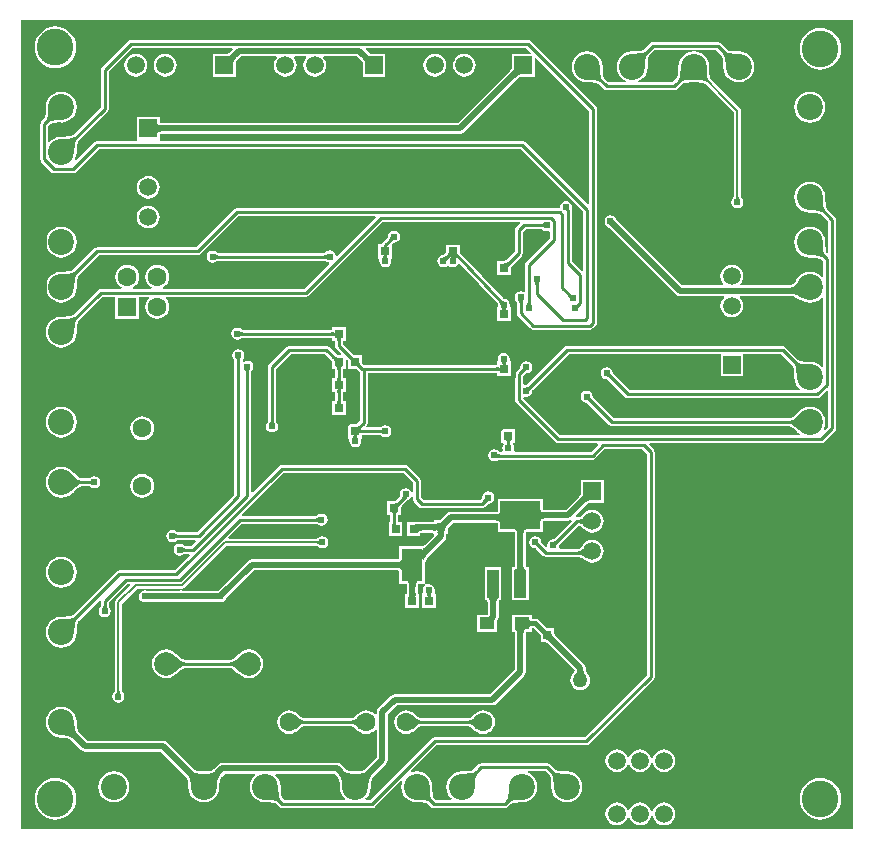
<source format=gbl>
G04*
G04 #@! TF.GenerationSoftware,Altium Limited,Altium Designer,18.1.9 (240)*
G04*
G04 Layer_Physical_Order=2*
G04 Layer_Color=16711680*
%FSLAX25Y25*%
%MOIN*%
G70*
G01*
G75*
%ADD10C,0.01000*%
%ADD20R,0.03000X0.03000*%
%ADD21R,0.03000X0.03000*%
%ADD42C,0.00800*%
%ADD43C,0.02000*%
%ADD45C,0.01500*%
%ADD48C,0.05906*%
%ADD49R,0.05906X0.05906*%
%ADD50C,0.08661*%
%ADD51R,0.05906X0.05906*%
%ADD52C,0.06299*%
%ADD53R,0.06299X0.06299*%
%ADD54C,0.12205*%
%ADD55C,0.07874*%
%ADD56C,0.02400*%
%ADD57C,0.05000*%
%ADD58R,0.04921X0.03937*%
%ADD59R,0.13386X0.09449*%
%ADD60R,0.03937X0.09449*%
%ADD61R,0.07087X0.11000*%
G36*
X540000Y154500D02*
X262500D01*
Y424000D01*
X540000D01*
Y154500D01*
D02*
G37*
%LPC*%
G36*
X274000Y421936D02*
X272647Y421803D01*
X271346Y421408D01*
X270147Y420767D01*
X269096Y419904D01*
X268233Y418853D01*
X267592Y417654D01*
X267197Y416353D01*
X267064Y415000D01*
X267197Y413647D01*
X267592Y412346D01*
X268233Y411147D01*
X269096Y410096D01*
X270147Y409233D01*
X271346Y408592D01*
X272647Y408197D01*
X274000Y408064D01*
X275353Y408197D01*
X276654Y408592D01*
X277853Y409233D01*
X278904Y410096D01*
X279767Y411147D01*
X280408Y412346D01*
X280802Y413647D01*
X280936Y415000D01*
X280802Y416353D01*
X280408Y417654D01*
X279767Y418853D01*
X278904Y419904D01*
X277853Y420767D01*
X276654Y421408D01*
X275353Y421803D01*
X274000Y421936D01*
D02*
G37*
G36*
X529000Y421436D02*
X527647Y421303D01*
X526346Y420908D01*
X525147Y420267D01*
X524096Y419404D01*
X523233Y418353D01*
X522592Y417154D01*
X522197Y415853D01*
X522064Y414500D01*
X522197Y413147D01*
X522592Y411846D01*
X523233Y410647D01*
X524096Y409596D01*
X525147Y408733D01*
X526346Y408092D01*
X527647Y407697D01*
X529000Y407564D01*
X530353Y407697D01*
X531654Y408092D01*
X532853Y408733D01*
X533904Y409596D01*
X534767Y410647D01*
X535408Y411846D01*
X535803Y413147D01*
X535936Y414500D01*
X535803Y415853D01*
X535408Y417154D01*
X534767Y418353D01*
X533904Y419404D01*
X532853Y420267D01*
X531654Y420908D01*
X530353Y421303D01*
X529000Y421436D01*
D02*
G37*
G36*
X494748Y416825D02*
X473248D01*
X472741Y416725D01*
X472311Y416437D01*
X470140Y414267D01*
X470087Y414223D01*
X469921Y414123D01*
X469687Y414021D01*
X469387Y413925D01*
X469022Y413838D01*
X468612Y413769D01*
X466943Y413649D01*
X466462Y413647D01*
X466248Y413675D01*
X464909Y413499D01*
X463660Y412982D01*
X462589Y412159D01*
X461766Y411088D01*
X461249Y409839D01*
X461073Y408500D01*
X461249Y407161D01*
X461766Y405912D01*
X462589Y404841D01*
X463660Y404018D01*
X464126Y403826D01*
X464027Y403326D01*
X458297D01*
X457015Y404607D01*
X456971Y404661D01*
X456872Y404827D01*
X456769Y405061D01*
X456672Y405361D01*
X456586Y405726D01*
X456517Y406136D01*
X456397Y407805D01*
X456395Y408286D01*
X456423Y408500D01*
X456247Y409839D01*
X455730Y411088D01*
X454907Y412159D01*
X453835Y412982D01*
X452587Y413499D01*
X451248Y413675D01*
X449909Y413499D01*
X448661Y412982D01*
X447589Y412159D01*
X446766Y411088D01*
X446249Y409839D01*
X446073Y408500D01*
X446249Y407161D01*
X446766Y405912D01*
X447589Y404841D01*
X448661Y404018D01*
X449909Y403501D01*
X451248Y403325D01*
X451462Y403353D01*
X451951Y403351D01*
X453115Y403290D01*
X453595Y403234D01*
X454022Y403162D01*
X454387Y403076D01*
X454687Y402979D01*
X454921Y402877D01*
X455087Y402777D01*
X455140Y402733D01*
X456811Y401063D01*
X457241Y400775D01*
X457748Y400674D01*
X480248D01*
X480755Y400775D01*
X481185Y401063D01*
X482856Y402733D01*
X482909Y402777D01*
X483075Y402877D01*
X483309Y402979D01*
X483609Y403076D01*
X483974Y403162D01*
X484384Y403231D01*
X486053Y403351D01*
X486534Y403353D01*
X486748Y403325D01*
X486964Y403353D01*
X487487Y403352D01*
X488106Y403333D01*
X489193Y403242D01*
X489625Y403176D01*
X489998Y403095D01*
X490301Y403004D01*
X490531Y402910D01*
X490685Y402822D01*
X490743Y402774D01*
X500105Y393413D01*
Y365091D01*
X500097Y365053D01*
X500086Y365017D01*
X500072Y364980D01*
X500053Y364942D01*
X500030Y364902D01*
X500000Y364861D01*
X499972Y364828D01*
X499887Y364770D01*
X499444Y364109D01*
X499289Y363328D01*
X499444Y362548D01*
X499887Y361887D01*
X500548Y361444D01*
X501328Y361289D01*
X502109Y361444D01*
X502770Y361887D01*
X503212Y362548D01*
X503368Y363328D01*
X503212Y364109D01*
X502770Y364770D01*
X502684Y364828D01*
X502657Y364861D01*
X502627Y364902D01*
X502604Y364942D01*
X502585Y364980D01*
X502571Y365016D01*
X502560Y365053D01*
X502552Y365091D01*
Y393920D01*
X502459Y394388D01*
X502193Y394785D01*
X492474Y404505D01*
X492426Y404563D01*
X492338Y404717D01*
X492244Y404947D01*
X492153Y405250D01*
X492072Y405623D01*
X492007Y406047D01*
X491896Y407775D01*
X491895Y408284D01*
X491923Y408500D01*
X491747Y409839D01*
X491230Y411088D01*
X490407Y412159D01*
X489335Y412982D01*
X488087Y413499D01*
X486748Y413675D01*
X485409Y413499D01*
X484161Y412982D01*
X483089Y412159D01*
X482266Y411088D01*
X481749Y409839D01*
X481573Y408500D01*
X481601Y408286D01*
X481599Y407797D01*
X481538Y406633D01*
X481482Y406153D01*
X481410Y405726D01*
X481323Y405361D01*
X481227Y405061D01*
X481124Y404827D01*
X481025Y404661D01*
X480981Y404607D01*
X479699Y403326D01*
X468469D01*
X468370Y403826D01*
X468835Y404018D01*
X469907Y404841D01*
X470730Y405912D01*
X471247Y407161D01*
X471423Y408500D01*
X471395Y408714D01*
X471397Y409203D01*
X471458Y410367D01*
X471514Y410847D01*
X471586Y411274D01*
X471672Y411639D01*
X471769Y411939D01*
X471872Y412173D01*
X471971Y412339D01*
X472015Y412393D01*
X473797Y414175D01*
X494199D01*
X495981Y412393D01*
X496025Y412339D01*
X496125Y412173D01*
X496227Y411939D01*
X496323Y411639D01*
X496410Y411274D01*
X496479Y410864D01*
X496599Y409195D01*
X496601Y408714D01*
X496573Y408500D01*
X496749Y407161D01*
X497266Y405912D01*
X498089Y404841D01*
X499160Y404018D01*
X500409Y403501D01*
X501748Y403325D01*
X503087Y403501D01*
X504335Y404018D01*
X505407Y404841D01*
X506230Y405912D01*
X506747Y407161D01*
X506923Y408500D01*
X506747Y409839D01*
X506230Y411088D01*
X505407Y412159D01*
X504335Y412982D01*
X503087Y413499D01*
X501748Y413675D01*
X501534Y413647D01*
X501045Y413649D01*
X499881Y413710D01*
X499401Y413766D01*
X498974Y413838D01*
X498609Y413925D01*
X498309Y414021D01*
X498075Y414123D01*
X497909Y414223D01*
X497856Y414267D01*
X495685Y416437D01*
X495255Y416725D01*
X494748Y416825D01*
D02*
G37*
G36*
X431500Y417425D02*
X299100D01*
X298593Y417325D01*
X298163Y417037D01*
X289563Y408437D01*
X289275Y408007D01*
X289175Y407500D01*
Y395128D01*
X279892Y385846D01*
X279839Y385802D01*
X279673Y385702D01*
X279439Y385600D01*
X279139Y385503D01*
X278774Y385417D01*
X278364Y385347D01*
X276695Y385227D01*
X276214Y385226D01*
X276000Y385254D01*
X274661Y385077D01*
X273412Y384560D01*
X272341Y383738D01*
X272099Y383423D01*
X271625Y383584D01*
Y388830D01*
X272108Y389312D01*
X272161Y389356D01*
X272327Y389455D01*
X272561Y389557D01*
X272861Y389654D01*
X273226Y389741D01*
X273636Y389810D01*
X275305Y389930D01*
X275786Y389932D01*
X276000Y389904D01*
X277339Y390080D01*
X278588Y390597D01*
X279659Y391420D01*
X280482Y392491D01*
X280999Y393739D01*
X281175Y395079D01*
X280999Y396418D01*
X280482Y397666D01*
X279659Y398738D01*
X278588Y399560D01*
X277339Y400077D01*
X276000Y400254D01*
X274661Y400077D01*
X273412Y399560D01*
X272341Y398738D01*
X271518Y397666D01*
X271001Y396418D01*
X270825Y395079D01*
X270853Y394865D01*
X270851Y394376D01*
X270790Y393212D01*
X270734Y392732D01*
X270662Y392305D01*
X270575Y391940D01*
X270479Y391640D01*
X270376Y391406D01*
X270277Y391239D01*
X270233Y391186D01*
X269363Y390316D01*
X269075Y389886D01*
X268974Y389379D01*
Y377600D01*
X269075Y377093D01*
X269363Y376663D01*
X272563Y373463D01*
X272993Y373175D01*
X273500Y373075D01*
X279900D01*
X280407Y373175D01*
X280837Y373463D01*
X288549Y381174D01*
X429098D01*
X449913Y360360D01*
Y340569D01*
X449413Y340362D01*
X446175Y343599D01*
Y360723D01*
X446113Y361040D01*
X446264Y361800D01*
X446109Y362580D01*
X445667Y363242D01*
X445005Y363684D01*
X444225Y363839D01*
X443444Y363684D01*
X442783Y363242D01*
X442341Y362580D01*
X442185Y361800D01*
X441770Y361326D01*
X334400D01*
X333893Y361225D01*
X333463Y360937D01*
X320851Y348325D01*
X287921D01*
X287414Y348225D01*
X286984Y347937D01*
X279892Y340846D01*
X279839Y340802D01*
X279673Y340702D01*
X279439Y340600D01*
X279139Y340503D01*
X278774Y340417D01*
X278364Y340347D01*
X276695Y340228D01*
X276214Y340226D01*
X276000Y340254D01*
X274661Y340077D01*
X273412Y339561D01*
X272341Y338738D01*
X271518Y337666D01*
X271001Y336418D01*
X270825Y335079D01*
X271001Y333739D01*
X271518Y332491D01*
X272341Y331419D01*
X273412Y330597D01*
X274661Y330080D01*
X276000Y329904D01*
X277339Y330080D01*
X278588Y330597D01*
X279659Y331419D01*
X280482Y332491D01*
X280999Y333739D01*
X281175Y335079D01*
X281147Y335293D01*
X281149Y335782D01*
X281210Y336946D01*
X281266Y337425D01*
X281338Y337853D01*
X281424Y338217D01*
X281521Y338518D01*
X281624Y338752D01*
X281723Y338918D01*
X281767Y338971D01*
X288470Y345674D01*
X321400D01*
X321907Y345775D01*
X322337Y346063D01*
X334949Y358675D01*
X380647D01*
X380838Y358213D01*
X368019Y345394D01*
X367477Y345558D01*
X367384Y346024D01*
X366942Y346686D01*
X366280Y347128D01*
X365500Y347283D01*
X364720Y347128D01*
X364058Y346686D01*
X364015Y346621D01*
X364014Y346621D01*
X363992Y346609D01*
X363963Y346598D01*
X363927Y346586D01*
X363882Y346576D01*
X363839Y346569D01*
X328135D01*
X328090Y346576D01*
X328042Y346587D01*
X328001Y346599D01*
X327969Y346611D01*
X327959Y346616D01*
X327942Y346642D01*
X327280Y347084D01*
X326500Y347239D01*
X325720Y347084D01*
X325058Y346642D01*
X324616Y345980D01*
X324461Y345200D01*
X324616Y344420D01*
X325058Y343758D01*
X325720Y343316D01*
X326500Y343161D01*
X327280Y343316D01*
X327942Y343758D01*
X328010Y343859D01*
X328013Y343862D01*
X328027Y343871D01*
X328045Y343881D01*
X328069Y343891D01*
X328102Y343902D01*
X328143Y343912D01*
X328185Y343918D01*
X363839D01*
X363882Y343912D01*
X363927Y343901D01*
X363963Y343890D01*
X363992Y343879D01*
X364014Y343867D01*
X364015Y343867D01*
X364058Y343802D01*
X364720Y343360D01*
X365186Y343267D01*
X365350Y342725D01*
X357151Y334525D01*
X310032D01*
X309932Y335026D01*
X309992Y335050D01*
X310817Y335683D01*
X311450Y336508D01*
X311848Y337469D01*
X311984Y338500D01*
X311848Y339531D01*
X311450Y340492D01*
X310817Y341317D01*
X309992Y341950D01*
X309031Y342348D01*
X308000Y342484D01*
X306969Y342348D01*
X306008Y341950D01*
X305183Y341317D01*
X304550Y340492D01*
X304152Y339531D01*
X304016Y338500D01*
X304152Y337469D01*
X304550Y336508D01*
X305183Y335683D01*
X306008Y335050D01*
X306067Y335026D01*
X305968Y334525D01*
X300032D01*
X299933Y335026D01*
X299992Y335050D01*
X300817Y335683D01*
X301450Y336508D01*
X301848Y337469D01*
X301984Y338500D01*
X301848Y339531D01*
X301450Y340492D01*
X300817Y341317D01*
X299992Y341950D01*
X299031Y342348D01*
X298000Y342484D01*
X296969Y342348D01*
X296008Y341950D01*
X295183Y341317D01*
X294550Y340492D01*
X294152Y339531D01*
X294016Y338500D01*
X294152Y337469D01*
X294550Y336508D01*
X295183Y335683D01*
X296008Y335050D01*
X296068Y335026D01*
X295968Y334525D01*
X289121D01*
X288614Y334425D01*
X288184Y334137D01*
X279892Y325846D01*
X279839Y325802D01*
X279673Y325702D01*
X279439Y325600D01*
X279139Y325503D01*
X278774Y325417D01*
X278364Y325347D01*
X276695Y325227D01*
X276214Y325226D01*
X276000Y325254D01*
X274661Y325077D01*
X273412Y324560D01*
X272341Y323738D01*
X271518Y322666D01*
X271001Y321418D01*
X270825Y320079D01*
X271001Y318739D01*
X271518Y317491D01*
X272341Y316420D01*
X273412Y315597D01*
X274661Y315080D01*
X276000Y314904D01*
X277339Y315080D01*
X278588Y315597D01*
X279659Y316420D01*
X280482Y317491D01*
X280999Y318739D01*
X281175Y320079D01*
X281147Y320293D01*
X281149Y320782D01*
X281210Y321946D01*
X281266Y322425D01*
X281338Y322853D01*
X281424Y323218D01*
X281521Y323518D01*
X281624Y323752D01*
X281723Y323918D01*
X281767Y323971D01*
X289670Y331874D01*
X294050D01*
Y324550D01*
X301950D01*
Y331874D01*
X305132D01*
X305293Y331401D01*
X305183Y331317D01*
X304550Y330492D01*
X304152Y329531D01*
X304016Y328500D01*
X304152Y327469D01*
X304550Y326508D01*
X305183Y325683D01*
X306008Y325050D01*
X306969Y324652D01*
X308000Y324516D01*
X309031Y324652D01*
X309992Y325050D01*
X310817Y325683D01*
X311450Y326508D01*
X311848Y327469D01*
X311984Y328500D01*
X311848Y329531D01*
X311450Y330492D01*
X310817Y331317D01*
X310707Y331401D01*
X310868Y331874D01*
X357700D01*
X358207Y331975D01*
X358637Y332263D01*
X383249Y356874D01*
X428793D01*
X429000Y356375D01*
X427563Y354937D01*
X427275Y354507D01*
X427175Y354000D01*
Y347049D01*
X424228Y344102D01*
X424059Y343946D01*
X423927Y343840D01*
X423870Y343800D01*
X423592D01*
X423574Y343804D01*
X423555Y343800D01*
X421200D01*
Y339200D01*
X425800D01*
Y341555D01*
X425804Y341574D01*
X425800Y341592D01*
Y341869D01*
X425834Y341918D01*
X426060Y342186D01*
X429437Y345563D01*
X429725Y345993D01*
X429825Y346500D01*
Y353451D01*
X430749Y354375D01*
X436139D01*
X436182Y354368D01*
X436227Y354358D01*
X436263Y354346D01*
X436292Y354335D01*
X436314Y354323D01*
X436315Y354323D01*
X436358Y354258D01*
X437020Y353816D01*
X437800Y353661D01*
X438475Y353795D01*
X438975Y353524D01*
Y351349D01*
X430963Y343337D01*
X430675Y342907D01*
X430575Y342400D01*
Y333670D01*
X430075Y333403D01*
X429880Y333533D01*
X429100Y333688D01*
X428320Y333533D01*
X427658Y333091D01*
X427216Y332429D01*
X427061Y331649D01*
X427216Y330868D01*
X427658Y330207D01*
X427723Y330164D01*
X427723Y330163D01*
X427735Y330141D01*
X427746Y330112D01*
X427758Y330076D01*
X427768Y330031D01*
X427774Y329987D01*
Y326400D01*
X427875Y325893D01*
X428163Y325463D01*
X432363Y321263D01*
X432793Y320975D01*
X433300Y320875D01*
X452174D01*
X452681Y320975D01*
X453111Y321263D01*
X454134Y322285D01*
X454421Y322715D01*
X454522Y323223D01*
Y394403D01*
X454421Y394911D01*
X454134Y395341D01*
X432437Y417037D01*
X432007Y417325D01*
X431500Y417425D01*
D02*
G37*
G36*
X525500Y400175D02*
X524161Y399999D01*
X522913Y399482D01*
X521841Y398659D01*
X521018Y397587D01*
X520501Y396339D01*
X520325Y395000D01*
X520501Y393661D01*
X521018Y392412D01*
X521841Y391341D01*
X522913Y390518D01*
X524161Y390001D01*
X525500Y389825D01*
X526839Y390001D01*
X528088Y390518D01*
X529159Y391341D01*
X529982Y392412D01*
X530499Y393661D01*
X530675Y395000D01*
X530499Y396339D01*
X529982Y397587D01*
X529159Y398659D01*
X528088Y399482D01*
X526839Y399999D01*
X525500Y400175D01*
D02*
G37*
G36*
X305000Y372100D02*
X304020Y371971D01*
X303107Y371593D01*
X302324Y370991D01*
X301722Y370208D01*
X301344Y369295D01*
X301215Y368315D01*
X301344Y367335D01*
X301722Y366422D01*
X302324Y365638D01*
X303107Y365037D01*
X304020Y364659D01*
X305000Y364530D01*
X305980Y364659D01*
X306893Y365037D01*
X307677Y365638D01*
X308278Y366422D01*
X308656Y367335D01*
X308785Y368315D01*
X308656Y369295D01*
X308278Y370208D01*
X307677Y370991D01*
X306893Y371593D01*
X305980Y371971D01*
X305000Y372100D01*
D02*
G37*
G36*
Y362258D02*
X304020Y362128D01*
X303107Y361750D01*
X302324Y361149D01*
X301722Y360365D01*
X301344Y359452D01*
X301215Y358472D01*
X301344Y357493D01*
X301722Y356580D01*
X302324Y355796D01*
X303107Y355194D01*
X304020Y354816D01*
X305000Y354687D01*
X305980Y354816D01*
X306893Y355194D01*
X307677Y355796D01*
X308278Y356580D01*
X308656Y357493D01*
X308785Y358472D01*
X308656Y359452D01*
X308278Y360365D01*
X307677Y361149D01*
X306893Y361750D01*
X305980Y362128D01*
X305000Y362258D01*
D02*
G37*
G36*
X386850Y353890D02*
X386070Y353734D01*
X385408Y353292D01*
X384966Y352631D01*
X384811Y351850D01*
X384826Y351774D01*
X384826Y351773D01*
X384819Y351749D01*
X384806Y351721D01*
X384789Y351688D01*
X384764Y351648D01*
X384738Y351613D01*
X383063Y349937D01*
X382775Y349507D01*
X382734Y349300D01*
X381700D01*
Y344700D01*
X381700D01*
X382040Y344200D01*
X381961Y343800D01*
X382116Y343020D01*
X382558Y342358D01*
X383220Y341916D01*
X384000Y341761D01*
X384780Y341916D01*
X385442Y342358D01*
X385884Y343020D01*
X386039Y343800D01*
X385960Y344200D01*
X386300Y344700D01*
X386300D01*
Y349300D01*
X386300Y349300D01*
X386300D01*
X386558Y349684D01*
X386613Y349738D01*
X386648Y349764D01*
X386688Y349789D01*
X386721Y349806D01*
X386749Y349818D01*
X386773Y349826D01*
X386774Y349826D01*
X386850Y349811D01*
X387631Y349966D01*
X388292Y350409D01*
X388734Y351070D01*
X388890Y351850D01*
X388734Y352631D01*
X388292Y353292D01*
X387631Y353734D01*
X386850Y353890D01*
D02*
G37*
G36*
X525500Y370175D02*
X524161Y369999D01*
X522913Y369482D01*
X521841Y368659D01*
X521018Y367587D01*
X520501Y366339D01*
X520325Y365000D01*
X520501Y363661D01*
X521018Y362413D01*
X521841Y361341D01*
X522913Y360518D01*
X524161Y360001D01*
X525500Y359825D01*
X525714Y359853D01*
X526203Y359851D01*
X527367Y359790D01*
X527847Y359734D01*
X528274Y359662D01*
X528639Y359576D01*
X528939Y359479D01*
X529173Y359377D01*
X529339Y359277D01*
X529392Y359233D01*
X531674Y356951D01*
Y346353D01*
X531442Y346254D01*
X531175Y346242D01*
X531123Y346327D01*
X531021Y346561D01*
X530925Y346861D01*
X530838Y347226D01*
X530769Y347636D01*
X530649Y349305D01*
X530647Y349786D01*
X530675Y350000D01*
X530499Y351339D01*
X529982Y352588D01*
X529159Y353659D01*
X528088Y354482D01*
X526839Y354999D01*
X525500Y355175D01*
X524161Y354999D01*
X522913Y354482D01*
X521841Y353659D01*
X521018Y352588D01*
X520501Y351339D01*
X520325Y350000D01*
X520501Y348661D01*
X521018Y347412D01*
X521841Y346341D01*
X522913Y345518D01*
X524161Y345001D01*
X525500Y344825D01*
X525714Y344853D01*
X526203Y344851D01*
X527367Y344790D01*
X527847Y344734D01*
X528274Y344662D01*
X528639Y344576D01*
X528939Y344479D01*
X529173Y344376D01*
X529339Y344277D01*
X529392Y344233D01*
X529875Y343751D01*
Y338505D01*
X529401Y338344D01*
X529159Y338659D01*
X528088Y339482D01*
X526839Y339999D01*
X525500Y340175D01*
X524161Y339999D01*
X522913Y339482D01*
X521841Y338659D01*
X521018Y337587D01*
X520948Y337418D01*
X520797Y337172D01*
X520559Y336841D01*
X520318Y336558D01*
X520076Y336321D01*
X519834Y336128D01*
X519592Y335977D01*
X519348Y335862D01*
X519100Y335782D01*
X518852Y335735D01*
X502597D01*
X502351Y336235D01*
X502778Y336792D01*
X503156Y337705D01*
X503285Y338685D01*
X503156Y339665D01*
X502778Y340578D01*
X502177Y341361D01*
X501393Y341963D01*
X500480Y342341D01*
X499500Y342470D01*
X498520Y342341D01*
X497607Y341963D01*
X496824Y341361D01*
X496222Y340578D01*
X495844Y339665D01*
X495715Y338685D01*
X495844Y337705D01*
X496222Y336792D01*
X496650Y336235D01*
X496403Y335735D01*
X482860D01*
X460901Y357694D01*
X460884Y357780D01*
X460442Y358442D01*
X459780Y358884D01*
X459000Y359039D01*
X458220Y358884D01*
X457558Y358442D01*
X457116Y357780D01*
X456961Y357000D01*
X457116Y356220D01*
X457558Y355558D01*
X458220Y355116D01*
X458306Y355099D01*
X480802Y332602D01*
X481398Y332204D01*
X482100Y332065D01*
X496757D01*
X496918Y331591D01*
X496824Y331519D01*
X496222Y330735D01*
X495844Y329822D01*
X495715Y328843D01*
X495844Y327863D01*
X496222Y326950D01*
X496824Y326166D01*
X497607Y325565D01*
X498520Y325186D01*
X499500Y325058D01*
X500480Y325186D01*
X501393Y325565D01*
X502177Y326166D01*
X502778Y326950D01*
X503156Y327863D01*
X503285Y328843D01*
X503156Y329822D01*
X502778Y330735D01*
X502177Y331519D01*
X502082Y331591D01*
X502243Y332065D01*
X519381D01*
X519596Y332033D01*
X519882Y331968D01*
X520599Y331731D01*
X520972Y331576D01*
X522360Y330873D01*
X522733Y330656D01*
X522913Y330518D01*
X524161Y330001D01*
X525500Y329825D01*
X526839Y330001D01*
X528088Y330518D01*
X529159Y331341D01*
X529401Y331656D01*
X529875Y331495D01*
Y308505D01*
X529401Y308344D01*
X529159Y308659D01*
X528088Y309482D01*
X526839Y309999D01*
X525500Y310175D01*
X525286Y310147D01*
X524797Y310149D01*
X523633Y310210D01*
X523153Y310266D01*
X522726Y310338D01*
X522361Y310424D01*
X522061Y310521D01*
X521827Y310624D01*
X521661Y310723D01*
X521607Y310767D01*
X517337Y315037D01*
X516907Y315325D01*
X516400Y315425D01*
X444600D01*
X444093Y315325D01*
X443663Y315037D01*
X431238Y302612D01*
X431202Y302586D01*
X431163Y302561D01*
X431129Y302544D01*
X431101Y302532D01*
X431077Y302524D01*
X431076Y302524D01*
X431000Y302539D01*
X430478Y302435D01*
X429978Y302778D01*
Y305403D01*
X430762Y306188D01*
X430798Y306214D01*
X430837Y306239D01*
X430871Y306256D01*
X430899Y306268D01*
X430923Y306276D01*
X430924Y306276D01*
X431000Y306261D01*
X431780Y306416D01*
X432442Y306858D01*
X432884Y307520D01*
X433039Y308300D01*
X432884Y309080D01*
X432442Y309742D01*
X431780Y310184D01*
X431000Y310339D01*
X430220Y310184D01*
X429558Y309742D01*
X429116Y309080D01*
X428961Y308300D01*
X428976Y308224D01*
X428976Y308223D01*
X428968Y308199D01*
X428956Y308171D01*
X428938Y308137D01*
X428914Y308098D01*
X428888Y308062D01*
X427715Y306889D01*
X427427Y306459D01*
X427326Y305952D01*
Y301984D01*
X427275Y301907D01*
X427175Y301400D01*
Y297500D01*
X427275Y296993D01*
X427563Y296563D01*
X440763Y283363D01*
X441193Y283075D01*
X441700Y282975D01*
X454647D01*
X454838Y282513D01*
X452540Y280215D01*
X427176D01*
X426905Y280715D01*
X427039Y281389D01*
X426884Y282169D01*
X426529Y282700D01*
X426696Y283134D01*
X426737Y283183D01*
X426775Y283200D01*
X427300D01*
Y287800D01*
X422700D01*
Y283200D01*
X423225D01*
X423263Y283183D01*
X423304Y283134D01*
X423471Y282700D01*
X423116Y282169D01*
X422961Y281389D01*
X423095Y280715D01*
X422824Y280215D01*
X422031D01*
X421993Y280221D01*
X421956Y280230D01*
X421930Y280239D01*
X421911Y280248D01*
X421900Y280254D01*
X421892Y280260D01*
X421886Y280265D01*
X421851Y280304D01*
X421847Y280307D01*
X421757Y280442D01*
X421095Y280884D01*
X420315Y281039D01*
X419535Y280884D01*
X418873Y280442D01*
X418431Y279780D01*
X418276Y279000D01*
X418431Y278220D01*
X418873Y277558D01*
X419535Y277116D01*
X420315Y276961D01*
X421095Y277116D01*
X421549Y277419D01*
X421591Y277440D01*
X421638Y277477D01*
X421661Y277492D01*
X421688Y277506D01*
X421720Y277520D01*
X421758Y277534D01*
X421804Y277546D01*
X421857Y277557D01*
X421904Y277564D01*
X453089D01*
X453596Y277664D01*
X454026Y277952D01*
X457049Y280975D01*
X469687D01*
X471174Y279486D01*
Y205749D01*
X450451Y185026D01*
X400500D01*
X399993Y184925D01*
X399563Y184637D01*
X379051Y164126D01*
X377505D01*
X377344Y164599D01*
X377659Y164841D01*
X378482Y165912D01*
X378999Y167161D01*
X379175Y168500D01*
X379148Y168703D01*
X379153Y169066D01*
X379182Y169544D01*
X379233Y169985D01*
X379306Y170387D01*
X379398Y170752D01*
X379508Y171078D01*
X379635Y171367D01*
X379776Y171621D01*
X379921Y171825D01*
X384298Y176202D01*
X384696Y176798D01*
X384835Y177500D01*
Y192540D01*
X387960Y195665D01*
X419700D01*
X420402Y195804D01*
X420998Y196202D01*
X430298Y205502D01*
X430696Y206098D01*
X430835Y206800D01*
Y219499D01*
X430850Y219664D01*
X430888Y219896D01*
X430935Y220070D01*
X430981Y220183D01*
X431010Y220232D01*
X432761D01*
Y221360D01*
X432850Y221384D01*
X433006Y221410D01*
X433115Y221420D01*
X433401D01*
X435189Y219631D01*
X435440Y219361D01*
X435616Y219141D01*
X435750Y218949D01*
X435755Y218939D01*
Y218385D01*
X435751Y218367D01*
X435755Y218348D01*
Y216700D01*
X437559D01*
X437632Y216658D01*
X437897Y216473D01*
X438489Y215971D01*
X447145Y207315D01*
X447133Y207240D01*
X447095Y207084D01*
X447048Y206941D01*
X446992Y206809D01*
X446928Y206688D01*
X446855Y206575D01*
X446772Y206469D01*
X446711Y206403D01*
X446646Y206354D01*
X446117Y205664D01*
X445785Y204861D01*
X445672Y204000D01*
X445785Y203138D01*
X446117Y202336D01*
X446646Y201646D01*
X447336Y201117D01*
X448139Y200785D01*
X449000Y200672D01*
X449861Y200785D01*
X450664Y201117D01*
X451354Y201646D01*
X451883Y202336D01*
X452215Y203138D01*
X452328Y204000D01*
X452215Y204861D01*
X451883Y205664D01*
X451354Y206354D01*
X451289Y206403D01*
X451228Y206469D01*
X451145Y206575D01*
X451072Y206688D01*
X451008Y206809D01*
X450952Y206941D01*
X450905Y207084D01*
X450867Y207240D01*
X450839Y207409D01*
X450835Y207453D01*
Y208055D01*
X450696Y208757D01*
X450298Y209353D01*
X441180Y218470D01*
X440837Y218839D01*
X440589Y219149D01*
X440397Y219423D01*
X440355Y219497D01*
Y221300D01*
X438707D01*
X438689Y221304D01*
X438670Y221300D01*
X438116D01*
X438106Y221305D01*
X437924Y221433D01*
X437494Y221796D01*
X435173Y224117D01*
X434660Y224460D01*
X434055Y224580D01*
X433115D01*
X433006Y224590D01*
X432850Y224616D01*
X432761Y224640D01*
Y225768D01*
X426239D01*
Y221060D01*
X426236Y221041D01*
X426239Y221023D01*
Y220232D01*
X426973D01*
X427003Y220228D01*
X427025Y220189D01*
X427070Y220074D01*
X427115Y219899D01*
X427152Y219666D01*
X427165Y219510D01*
Y207560D01*
X418940Y199335D01*
X387200D01*
X386498Y199196D01*
X385902Y198798D01*
X381702Y194598D01*
X381304Y194002D01*
X381165Y193300D01*
Y192729D01*
X380665Y192559D01*
X380417Y192882D01*
X379592Y193515D01*
X378631Y193913D01*
X377600Y194049D01*
X376569Y193913D01*
X375608Y193515D01*
X374783Y192882D01*
X374700Y192774D01*
X374466Y192543D01*
X373885Y192033D01*
X373636Y191844D01*
X373399Y191686D01*
X373184Y191564D01*
X372995Y191476D01*
X372834Y191420D01*
X372703Y191391D01*
X372697Y191391D01*
X356903D01*
X356897Y191391D01*
X356766Y191420D01*
X356605Y191476D01*
X356416Y191564D01*
X356201Y191686D01*
X355964Y191844D01*
X355715Y192033D01*
X355134Y192544D01*
X354900Y192774D01*
X354817Y192882D01*
X353992Y193515D01*
X353031Y193913D01*
X352000Y194049D01*
X350969Y193913D01*
X350008Y193515D01*
X349183Y192882D01*
X348550Y192057D01*
X348152Y191096D01*
X348016Y190065D01*
X348152Y189034D01*
X348550Y188074D01*
X349183Y187249D01*
X350008Y186615D01*
X350969Y186217D01*
X352000Y186082D01*
X353031Y186217D01*
X353992Y186615D01*
X354817Y187249D01*
X354900Y187357D01*
X355134Y187587D01*
X355715Y188098D01*
X355964Y188287D01*
X356201Y188445D01*
X356416Y188567D01*
X356605Y188655D01*
X356766Y188711D01*
X356897Y188739D01*
X356903Y188740D01*
X372697D01*
X372703Y188739D01*
X372834Y188711D01*
X372995Y188655D01*
X373184Y188567D01*
X373399Y188445D01*
X373636Y188287D01*
X373885Y188098D01*
X374466Y187587D01*
X374700Y187357D01*
X374783Y187249D01*
X375608Y186615D01*
X376569Y186217D01*
X377600Y186082D01*
X378631Y186217D01*
X379592Y186615D01*
X380417Y187249D01*
X380665Y187572D01*
X381165Y187402D01*
Y178260D01*
X377325Y174421D01*
X377121Y174276D01*
X376867Y174135D01*
X376578Y174008D01*
X376251Y173898D01*
X375887Y173806D01*
X375496Y173735D01*
X374555Y173653D01*
X374203Y173648D01*
X374000Y173675D01*
X373797Y173648D01*
X373434Y173653D01*
X372956Y173682D01*
X372515Y173733D01*
X372113Y173806D01*
X371748Y173898D01*
X371422Y174008D01*
X371133Y174135D01*
X370879Y174276D01*
X370675Y174421D01*
X369098Y175998D01*
X368502Y176396D01*
X367800Y176535D01*
X329700D01*
X328998Y176396D01*
X328402Y175998D01*
X326825Y174421D01*
X326621Y174276D01*
X326367Y174135D01*
X326078Y174008D01*
X325751Y173898D01*
X325387Y173806D01*
X324996Y173735D01*
X324055Y173653D01*
X323703Y173648D01*
X323500Y173675D01*
X323297Y173648D01*
X322934Y173653D01*
X322456Y173682D01*
X322015Y173733D01*
X321613Y173806D01*
X321249Y173898D01*
X320922Y174008D01*
X320633Y174135D01*
X320379Y174276D01*
X320175Y174421D01*
X311298Y183298D01*
X310702Y183696D01*
X310000Y183835D01*
X284760D01*
X281921Y186675D01*
X281776Y186879D01*
X281635Y187133D01*
X281508Y187422D01*
X281398Y187749D01*
X281306Y188113D01*
X281235Y188504D01*
X281153Y189445D01*
X281148Y189797D01*
X281175Y190000D01*
X280999Y191339D01*
X280482Y192587D01*
X279659Y193659D01*
X278588Y194482D01*
X277339Y194999D01*
X276000Y195175D01*
X274661Y194999D01*
X273412Y194482D01*
X272341Y193659D01*
X271518Y192587D01*
X271001Y191339D01*
X270825Y190000D01*
X271001Y188661D01*
X271518Y187413D01*
X272341Y186341D01*
X273412Y185518D01*
X274661Y185001D01*
X276000Y184825D01*
X276203Y184852D01*
X276566Y184847D01*
X277044Y184818D01*
X277485Y184767D01*
X277887Y184694D01*
X278252Y184602D01*
X278578Y184492D01*
X278867Y184365D01*
X279121Y184224D01*
X279325Y184079D01*
X282702Y180702D01*
X283298Y180304D01*
X284000Y180165D01*
X309240D01*
X317579Y171825D01*
X317724Y171621D01*
X317865Y171367D01*
X317992Y171078D01*
X318102Y170751D01*
X318194Y170387D01*
X318265Y169996D01*
X318348Y169055D01*
X318352Y168703D01*
X318325Y168500D01*
X318501Y167161D01*
X319018Y165912D01*
X319841Y164841D01*
X320913Y164018D01*
X322161Y163501D01*
X323500Y163325D01*
X324839Y163501D01*
X326087Y164018D01*
X327159Y164841D01*
X327982Y165912D01*
X328499Y167161D01*
X328675Y168500D01*
X328648Y168703D01*
X328653Y169066D01*
X328682Y169544D01*
X328733Y169985D01*
X328806Y170387D01*
X328898Y170752D01*
X329008Y171078D01*
X329135Y171367D01*
X329276Y171621D01*
X329421Y171825D01*
X330460Y172865D01*
X340482D01*
X340643Y172391D01*
X340341Y172159D01*
X339518Y171088D01*
X339001Y169839D01*
X338825Y168500D01*
X339001Y167161D01*
X339518Y165912D01*
X340341Y164841D01*
X341412Y164018D01*
X342661Y163501D01*
X344000Y163325D01*
X344214Y163353D01*
X344703Y163351D01*
X345867Y163290D01*
X346347Y163234D01*
X346774Y163162D01*
X347139Y163075D01*
X347439Y162979D01*
X347673Y162876D01*
X347839Y162777D01*
X347892Y162733D01*
X348763Y161863D01*
X349193Y161575D01*
X349700Y161475D01*
X379600D01*
X380107Y161575D01*
X380537Y161863D01*
X389276Y170601D01*
X389700Y170318D01*
X389501Y169839D01*
X389325Y168500D01*
X389501Y167161D01*
X390018Y165912D01*
X390841Y164841D01*
X391913Y164018D01*
X393161Y163501D01*
X394500Y163325D01*
X394714Y163353D01*
X395203Y163351D01*
X396367Y163290D01*
X396847Y163234D01*
X397274Y163162D01*
X397639Y163075D01*
X397939Y162979D01*
X398173Y162876D01*
X398339Y162777D01*
X398393Y162733D01*
X399263Y161863D01*
X399693Y161575D01*
X400200Y161475D01*
X423800D01*
X424307Y161575D01*
X424737Y161863D01*
X425607Y162733D01*
X425661Y162777D01*
X425827Y162876D01*
X426061Y162979D01*
X426361Y163075D01*
X426726Y163162D01*
X427136Y163231D01*
X428805Y163351D01*
X429286Y163353D01*
X429500Y163325D01*
X430839Y163501D01*
X432088Y164018D01*
X433159Y164841D01*
X433982Y165912D01*
X434499Y167161D01*
X434675Y168500D01*
X434499Y169839D01*
X433982Y171088D01*
X433159Y172159D01*
X432088Y172982D01*
X431622Y173175D01*
X431721Y173674D01*
X437451D01*
X438733Y172392D01*
X438777Y172339D01*
X438876Y172173D01*
X438979Y171939D01*
X439076Y171639D01*
X439162Y171274D01*
X439231Y170864D01*
X439351Y169195D01*
X439353Y168714D01*
X439325Y168500D01*
X439501Y167161D01*
X440018Y165912D01*
X440841Y164841D01*
X441913Y164018D01*
X443161Y163501D01*
X444500Y163325D01*
X445839Y163501D01*
X447087Y164018D01*
X448159Y164841D01*
X448982Y165912D01*
X449499Y167161D01*
X449675Y168500D01*
X449499Y169839D01*
X448982Y171088D01*
X448159Y172159D01*
X447087Y172982D01*
X445839Y173499D01*
X444500Y173675D01*
X444286Y173647D01*
X443797Y173649D01*
X442633Y173710D01*
X442153Y173766D01*
X441726Y173838D01*
X441361Y173925D01*
X441061Y174021D01*
X440827Y174124D01*
X440661Y174223D01*
X440608Y174267D01*
X438937Y175937D01*
X438507Y176225D01*
X438000Y176326D01*
X416000D01*
X415493Y176225D01*
X415063Y175937D01*
X413392Y174267D01*
X413339Y174223D01*
X413173Y174124D01*
X412939Y174021D01*
X412639Y173925D01*
X412274Y173838D01*
X411864Y173769D01*
X410195Y173649D01*
X409714Y173647D01*
X409500Y173675D01*
X408161Y173499D01*
X406913Y172982D01*
X405841Y172159D01*
X405018Y171088D01*
X404501Y169839D01*
X404325Y168500D01*
X404501Y167161D01*
X405018Y165912D01*
X405841Y164841D01*
X406156Y164599D01*
X405995Y164126D01*
X400749D01*
X400267Y164608D01*
X400223Y164661D01*
X400124Y164827D01*
X400021Y165061D01*
X399924Y165361D01*
X399838Y165726D01*
X399769Y166136D01*
X399649Y167805D01*
X399647Y168286D01*
X399675Y168500D01*
X399499Y169839D01*
X398982Y171088D01*
X398159Y172159D01*
X397088Y172982D01*
X395839Y173499D01*
X394500Y173675D01*
X393161Y173499D01*
X392682Y173300D01*
X392399Y173724D01*
X401049Y182375D01*
X451000D01*
X451507Y182475D01*
X451937Y182763D01*
X473437Y204263D01*
X473725Y204693D01*
X473826Y205200D01*
Y280035D01*
X473725Y280543D01*
X473437Y280973D01*
X471897Y282513D01*
X472089Y282975D01*
X529300D01*
X529807Y283075D01*
X530237Y283363D01*
X533937Y287063D01*
X534225Y287493D01*
X534326Y288000D01*
Y357500D01*
X534225Y358007D01*
X533937Y358437D01*
X531267Y361107D01*
X531223Y361161D01*
X531123Y361327D01*
X531021Y361561D01*
X530925Y361861D01*
X530838Y362226D01*
X530769Y362636D01*
X530649Y364305D01*
X530647Y364786D01*
X530675Y365000D01*
X530499Y366339D01*
X529982Y367587D01*
X529159Y368659D01*
X528088Y369482D01*
X526839Y369999D01*
X525500Y370175D01*
D02*
G37*
G36*
X408800Y349300D02*
X404200D01*
Y346627D01*
X404172Y346587D01*
X403943Y346317D01*
X403538Y345912D01*
X403502Y345886D01*
X403463Y345862D01*
X403429Y345844D01*
X403401Y345832D01*
X403377Y345824D01*
X403376Y345824D01*
X403300Y345839D01*
X402520Y345684D01*
X401858Y345242D01*
X401416Y344580D01*
X401261Y343800D01*
X401416Y343020D01*
X401858Y342358D01*
X402520Y341916D01*
X403300Y341761D01*
X404080Y341916D01*
X404545Y342226D01*
X404900Y342318D01*
X405255Y342226D01*
X405720Y341916D01*
X406500Y341761D01*
X407280Y341916D01*
X407942Y342358D01*
X408134Y342646D01*
X408773Y342701D01*
X421394Y329486D01*
X421419Y329450D01*
X421443Y329410D01*
X421460Y329376D01*
X421471Y329348D01*
X421478Y329324D01*
X421482Y329306D01*
X421461Y329200D01*
X421540Y328800D01*
X421200Y328300D01*
X421200D01*
Y323700D01*
X425800D01*
Y328300D01*
X425800D01*
X425460Y328800D01*
X425539Y329200D01*
X425384Y329980D01*
X424942Y330642D01*
X424280Y331084D01*
X423500Y331239D01*
X423455Y331230D01*
X423446Y331234D01*
X423418Y331246D01*
X423385Y331265D01*
X423346Y331290D01*
X423311Y331317D01*
X409096Y346201D01*
X408941Y346376D01*
X408833Y346515D01*
X408800Y346565D01*
Y349300D01*
D02*
G37*
G36*
X276000Y355254D02*
X274661Y355077D01*
X273412Y354560D01*
X272341Y353738D01*
X271518Y352666D01*
X271001Y351418D01*
X270825Y350079D01*
X271001Y348739D01*
X271518Y347491D01*
X272341Y346420D01*
X273412Y345597D01*
X274661Y345080D01*
X276000Y344904D01*
X277339Y345080D01*
X278588Y345597D01*
X279659Y346420D01*
X280482Y347491D01*
X280999Y348739D01*
X281175Y350079D01*
X280999Y351418D01*
X280482Y352666D01*
X279659Y353738D01*
X278588Y354560D01*
X277339Y355077D01*
X276000Y355254D01*
D02*
G37*
G36*
X370800Y321800D02*
X366200D01*
Y320826D01*
X336362D01*
X336318Y320832D01*
X336273Y320843D01*
X336237Y320854D01*
X336208Y320865D01*
X336186Y320877D01*
X336185Y320877D01*
X336142Y320942D01*
X335480Y321384D01*
X334700Y321539D01*
X333920Y321384D01*
X333258Y320942D01*
X332816Y320280D01*
X332661Y319500D01*
X332816Y318720D01*
X333258Y318058D01*
X333920Y317616D01*
X334700Y317461D01*
X335480Y317616D01*
X336142Y318058D01*
X336185Y318123D01*
X336186Y318123D01*
X336208Y318135D01*
X336237Y318146D01*
X336273Y318158D01*
X336318Y318168D01*
X336361Y318175D01*
X366200D01*
Y317200D01*
X367175D01*
Y315579D01*
X367275Y315072D01*
X367563Y314642D01*
X369364Y312841D01*
X369172Y312379D01*
X368445D01*
X368426Y312383D01*
X368408Y312379D01*
X368130D01*
X368082Y312412D01*
X367814Y312639D01*
X365316Y315137D01*
X364886Y315425D01*
X364379Y315526D01*
X352000D01*
X351493Y315425D01*
X351063Y315137D01*
X345305Y309380D01*
X345018Y308950D01*
X344917Y308442D01*
Y290361D01*
X344910Y290318D01*
X344900Y290273D01*
X344889Y290237D01*
X344877Y290208D01*
X344866Y290186D01*
X344865Y290185D01*
X344800Y290142D01*
X344358Y289480D01*
X344203Y288700D01*
X344358Y287920D01*
X344800Y287258D01*
X345462Y286816D01*
X346242Y286661D01*
X347023Y286816D01*
X347684Y287258D01*
X348126Y287920D01*
X348282Y288700D01*
X348126Y289480D01*
X347684Y290142D01*
X347620Y290185D01*
X347619Y290186D01*
X347608Y290208D01*
X347596Y290237D01*
X347585Y290273D01*
X347575Y290318D01*
X347568Y290361D01*
Y307893D01*
X352549Y312875D01*
X363830D01*
X365898Y310807D01*
X366054Y310638D01*
X366160Y310506D01*
X366200Y310448D01*
Y310171D01*
X366196Y310153D01*
X366200Y310134D01*
Y307779D01*
X367175D01*
Y304686D01*
X366200D01*
Y300086D01*
X367175D01*
Y296993D01*
X366200D01*
Y292393D01*
X370800D01*
Y296993D01*
X369826D01*
Y300086D01*
X370800D01*
Y304686D01*
X369826D01*
Y307779D01*
X370800D01*
Y310751D01*
X371262Y310942D01*
X371398Y310807D01*
X371554Y310638D01*
X371660Y310506D01*
X371700Y310448D01*
Y310171D01*
X371696Y310153D01*
X371700Y310134D01*
Y307779D01*
X374373D01*
X374414Y307750D01*
X374682Y307522D01*
X375475Y306730D01*
Y300898D01*
X375488D01*
X375475Y300896D01*
Y296182D01*
X375488Y296181D01*
X375475D01*
Y290349D01*
X374723Y289598D01*
X374556Y289442D01*
X374422Y289335D01*
X374373Y289300D01*
X371700D01*
Y284700D01*
X371700D01*
X372040Y284200D01*
X371961Y283800D01*
X372116Y283020D01*
X372558Y282358D01*
X373220Y281916D01*
X374000Y281761D01*
X374780Y281916D01*
X375442Y282358D01*
X375884Y283020D01*
X376039Y283800D01*
X375960Y284200D01*
X376300Y284700D01*
X376300D01*
Y285675D01*
X382339D01*
X382382Y285668D01*
X382427Y285658D01*
X382463Y285646D01*
X382492Y285635D01*
X382514Y285623D01*
X382515Y285623D01*
X382558Y285558D01*
X383220Y285116D01*
X384000Y284961D01*
X384780Y285116D01*
X385442Y285558D01*
X385884Y286220D01*
X386039Y287000D01*
X385884Y287780D01*
X385442Y288442D01*
X384780Y288884D01*
X384000Y289039D01*
X383220Y288884D01*
X382558Y288442D01*
X382515Y288377D01*
X382514Y288377D01*
X382492Y288365D01*
X382463Y288354D01*
X382427Y288342D01*
X382382Y288332D01*
X382339Y288326D01*
X377853D01*
X377662Y288787D01*
X377737Y288863D01*
X378025Y289293D01*
X378126Y289800D01*
Y306560D01*
X421200D01*
Y305586D01*
X425800D01*
Y310186D01*
X425800D01*
X425457Y310686D01*
X425539Y311100D01*
X425384Y311880D01*
X424942Y312542D01*
X424280Y312984D01*
X423500Y313139D01*
X422720Y312984D01*
X422058Y312542D01*
X421616Y311880D01*
X421461Y311100D01*
X421543Y310686D01*
X421200Y310186D01*
X421200D01*
Y309211D01*
X376742D01*
X376597Y309356D01*
X376443Y309522D01*
X376335Y309655D01*
X376300Y309706D01*
Y312379D01*
X373945D01*
X373926Y312383D01*
X373908Y312379D01*
X373630D01*
X373582Y312412D01*
X373314Y312639D01*
X369826Y316128D01*
Y317200D01*
X370800D01*
Y321800D01*
D02*
G37*
G36*
X276000Y295254D02*
X274661Y295077D01*
X273412Y294561D01*
X272341Y293738D01*
X271518Y292666D01*
X271001Y291418D01*
X270825Y290079D01*
X271001Y288739D01*
X271518Y287491D01*
X272341Y286420D01*
X273412Y285597D01*
X274661Y285080D01*
X276000Y284904D01*
X277339Y285080D01*
X278588Y285597D01*
X279659Y286420D01*
X280482Y287491D01*
X280999Y288739D01*
X281175Y290079D01*
X280999Y291418D01*
X280482Y292666D01*
X279659Y293738D01*
X278588Y294561D01*
X277339Y295077D01*
X276000Y295254D01*
D02*
G37*
G36*
X303000Y291984D02*
X301969Y291848D01*
X301008Y291450D01*
X300183Y290817D01*
X299550Y289992D01*
X299152Y289031D01*
X299016Y288000D01*
X299152Y286969D01*
X299550Y286008D01*
X300183Y285183D01*
X301008Y284550D01*
X301969Y284152D01*
X303000Y284016D01*
X304031Y284152D01*
X304992Y284550D01*
X305817Y285183D01*
X306450Y286008D01*
X306848Y286969D01*
X306984Y288000D01*
X306848Y289031D01*
X306450Y289992D01*
X305817Y290817D01*
X304992Y291450D01*
X304031Y291848D01*
X303000Y291984D01*
D02*
G37*
G36*
X276000Y275175D02*
X274661Y274999D01*
X273412Y274482D01*
X272341Y273659D01*
X271518Y272587D01*
X271001Y271339D01*
X270825Y270000D01*
X271001Y268661D01*
X271518Y267412D01*
X272341Y266341D01*
X273412Y265518D01*
X274661Y265001D01*
X276000Y264825D01*
X277339Y265001D01*
X278588Y265518D01*
X279659Y266341D01*
X279790Y266512D01*
X280138Y266857D01*
X281004Y267636D01*
X281383Y267936D01*
X281736Y268187D01*
X282055Y268384D01*
X282336Y268528D01*
X282574Y268621D01*
X282762Y268668D01*
X282830Y268674D01*
X285338D01*
X285382Y268668D01*
X285427Y268657D01*
X285463Y268646D01*
X285492Y268635D01*
X285514Y268623D01*
X285515Y268623D01*
X285558Y268558D01*
X286220Y268116D01*
X287000Y267961D01*
X287780Y268116D01*
X288442Y268558D01*
X288884Y269220D01*
X289039Y270000D01*
X288884Y270780D01*
X288442Y271442D01*
X287780Y271884D01*
X287000Y272039D01*
X286220Y271884D01*
X285558Y271442D01*
X285515Y271377D01*
X285514Y271377D01*
X285492Y271365D01*
X285463Y271354D01*
X285427Y271342D01*
X285382Y271332D01*
X285339Y271325D01*
X282830D01*
X282762Y271332D01*
X282574Y271379D01*
X282336Y271472D01*
X282055Y271616D01*
X281736Y271813D01*
X281397Y272054D01*
X280133Y273149D01*
X279790Y273488D01*
X279659Y273659D01*
X278588Y274482D01*
X277339Y274999D01*
X276000Y275175D01*
D02*
G37*
G36*
X335000Y314319D02*
X334220Y314164D01*
X333558Y313721D01*
X333116Y313060D01*
X332961Y312280D01*
X333116Y311499D01*
X333558Y310838D01*
X333623Y310794D01*
X333623Y310794D01*
X333635Y310771D01*
X333646Y310743D01*
X333658Y310707D01*
X333668Y310662D01*
X333675Y310618D01*
Y265849D01*
X321207Y253382D01*
X314718D01*
X314674Y253388D01*
X314629Y253399D01*
X314593Y253410D01*
X314564Y253421D01*
X314542Y253433D01*
X314541Y253433D01*
X314498Y253498D01*
X313837Y253940D01*
X313056Y254095D01*
X312276Y253940D01*
X311614Y253498D01*
X311172Y252837D01*
X311017Y252056D01*
X311172Y251276D01*
X311614Y250614D01*
X312276Y250172D01*
X313056Y250017D01*
X313837Y250172D01*
X314498Y250614D01*
X314541Y250679D01*
X314542Y250680D01*
X314564Y250691D01*
X314593Y250702D01*
X314629Y250714D01*
X314674Y250724D01*
X314718Y250731D01*
X320657D01*
X320849Y250269D01*
X319405Y248826D01*
X317161D01*
X317118Y248832D01*
X317073Y248843D01*
X317037Y248854D01*
X317008Y248865D01*
X316986Y248877D01*
X316985Y248877D01*
X316942Y248942D01*
X316280Y249384D01*
X315500Y249539D01*
X314720Y249384D01*
X314058Y248942D01*
X313616Y248280D01*
X313461Y247500D01*
X313616Y246720D01*
X314058Y246058D01*
X314720Y245616D01*
X315500Y245461D01*
X316280Y245616D01*
X316942Y246058D01*
X316985Y246123D01*
X316986Y246123D01*
X317008Y246135D01*
X317037Y246146D01*
X317073Y246158D01*
X317118Y246168D01*
X317161Y246175D01*
X318647D01*
X318838Y245713D01*
X313751Y240626D01*
X295300D01*
X294793Y240525D01*
X294363Y240237D01*
X279892Y225767D01*
X279839Y225723D01*
X279673Y225623D01*
X279439Y225521D01*
X279139Y225425D01*
X278774Y225338D01*
X278364Y225269D01*
X276695Y225149D01*
X276214Y225147D01*
X276000Y225175D01*
X274661Y224999D01*
X273412Y224482D01*
X272341Y223659D01*
X271518Y222587D01*
X271001Y221339D01*
X270825Y220000D01*
X271001Y218661D01*
X271518Y217412D01*
X272341Y216341D01*
X273412Y215518D01*
X274661Y215001D01*
X276000Y214825D01*
X277339Y215001D01*
X278588Y215518D01*
X279659Y216341D01*
X280482Y217412D01*
X280999Y218661D01*
X281175Y220000D01*
X281147Y220214D01*
X281149Y220703D01*
X281210Y221867D01*
X281266Y222347D01*
X281338Y222774D01*
X281424Y223139D01*
X281521Y223439D01*
X281624Y223673D01*
X281723Y223839D01*
X281767Y223892D01*
X288737Y230862D01*
X289198Y230616D01*
X289175Y230500D01*
Y228661D01*
X289168Y228618D01*
X289158Y228573D01*
X289146Y228537D01*
X289135Y228508D01*
X289123Y228486D01*
X289123Y228485D01*
X289058Y228442D01*
X288616Y227780D01*
X288461Y227000D01*
X288616Y226220D01*
X289058Y225558D01*
X289720Y225116D01*
X290500Y224961D01*
X291280Y225116D01*
X291942Y225558D01*
X292384Y226220D01*
X292539Y227000D01*
X292384Y227780D01*
X291942Y228442D01*
X291877Y228485D01*
X291877Y228486D01*
X291865Y228508D01*
X291854Y228537D01*
X291843Y228573D01*
X291832Y228618D01*
X291826Y228661D01*
Y229951D01*
X298049Y236175D01*
X298791D01*
X298982Y235713D01*
X294135Y230865D01*
X293870Y230468D01*
X293776Y230000D01*
Y200262D01*
X293769Y200225D01*
X293758Y200188D01*
X293743Y200151D01*
X293725Y200114D01*
X293701Y200074D01*
X293671Y200032D01*
X293644Y199999D01*
X293558Y199942D01*
X293116Y199280D01*
X292961Y198500D01*
X293116Y197720D01*
X293558Y197058D01*
X294220Y196616D01*
X295000Y196461D01*
X295780Y196616D01*
X296442Y197058D01*
X296884Y197720D01*
X297039Y198500D01*
X296884Y199280D01*
X296442Y199942D01*
X296356Y199999D01*
X296329Y200032D01*
X296299Y200074D01*
X296275Y200114D01*
X296257Y200151D01*
X296242Y200188D01*
X296231Y200225D01*
X296223Y200262D01*
Y229493D01*
X301307Y234577D01*
X316300D01*
X316768Y234670D01*
X317165Y234935D01*
X331007Y248777D01*
X361238D01*
X361275Y248769D01*
X361312Y248758D01*
X361349Y248743D01*
X361386Y248725D01*
X361426Y248701D01*
X361468Y248671D01*
X361501Y248644D01*
X361558Y248558D01*
X362220Y248116D01*
X363000Y247961D01*
X363780Y248116D01*
X364442Y248558D01*
X364884Y249220D01*
X365039Y250000D01*
X364884Y250780D01*
X364442Y251442D01*
X363780Y251884D01*
X363000Y252039D01*
X362220Y251884D01*
X361558Y251442D01*
X361501Y251356D01*
X361468Y251329D01*
X361426Y251299D01*
X361386Y251275D01*
X361349Y251257D01*
X361312Y251242D01*
X361275Y251231D01*
X361238Y251223D01*
X331751D01*
X331560Y251685D01*
X336049Y256174D01*
X361038D01*
X361082Y256168D01*
X361127Y256157D01*
X361163Y256146D01*
X361192Y256135D01*
X361214Y256123D01*
X361215Y256123D01*
X361258Y256058D01*
X361920Y255616D01*
X362700Y255461D01*
X363480Y255616D01*
X364142Y256058D01*
X364584Y256720D01*
X364739Y257500D01*
X364584Y258280D01*
X364142Y258942D01*
X363480Y259384D01*
X362700Y259539D01*
X361920Y259384D01*
X361258Y258942D01*
X361215Y258877D01*
X361214Y258877D01*
X361192Y258865D01*
X361163Y258854D01*
X361127Y258842D01*
X361082Y258832D01*
X361039Y258825D01*
X336353D01*
X336162Y259287D01*
X350081Y273206D01*
X389919D01*
X393175Y269951D01*
Y266814D01*
X392674Y266764D01*
X392671Y266780D01*
X392229Y267442D01*
X391568Y267884D01*
X390787Y268039D01*
X390007Y267884D01*
X389346Y267442D01*
X388903Y266780D01*
X388748Y266000D01*
X388894Y265268D01*
X387728Y264102D01*
X387559Y263946D01*
X387427Y263840D01*
X387369Y263800D01*
X387092D01*
X387074Y263804D01*
X387055Y263800D01*
X384700D01*
Y259200D01*
X385675D01*
Y256600D01*
X385100D01*
Y252000D01*
X389700D01*
Y256600D01*
X388326D01*
Y259200D01*
X389300D01*
Y261555D01*
X389304Y261574D01*
X389300Y261592D01*
Y261870D01*
X389334Y261918D01*
X389561Y262186D01*
X391331Y263956D01*
X391441Y264049D01*
X391521Y264107D01*
X391568Y264116D01*
X392229Y264558D01*
X392671Y265220D01*
X392674Y265236D01*
X393175Y265186D01*
Y264500D01*
X393275Y263993D01*
X393563Y263563D01*
X395263Y261863D01*
X395693Y261575D01*
X396200Y261474D01*
X416200D01*
X416707Y261575D01*
X417137Y261863D01*
X418062Y262788D01*
X418098Y262814D01*
X418137Y262839D01*
X418171Y262856D01*
X418199Y262868D01*
X418223Y262876D01*
X418223Y262876D01*
X418300Y262861D01*
X419080Y263016D01*
X419742Y263458D01*
X420184Y264120D01*
X420339Y264900D01*
X420184Y265680D01*
X419742Y266342D01*
X419080Y266784D01*
X418300Y266939D01*
X417520Y266784D01*
X416858Y266342D01*
X416416Y265680D01*
X416261Y264900D01*
X416276Y264824D01*
X416276Y264823D01*
X416268Y264799D01*
X416256Y264771D01*
X416238Y264737D01*
X416214Y264698D01*
X416188Y264662D01*
X415651Y264125D01*
X396749D01*
X395826Y265049D01*
Y270500D01*
X395725Y271007D01*
X395437Y271437D01*
X391405Y275469D01*
X390975Y275757D01*
X390468Y275857D01*
X349532D01*
X349025Y275757D01*
X348595Y275469D01*
X339787Y266662D01*
X339325Y266853D01*
Y306838D01*
X339332Y306882D01*
X339342Y306927D01*
X339354Y306963D01*
X339365Y306992D01*
X339377Y307014D01*
X339377Y307015D01*
X339442Y307058D01*
X339884Y307720D01*
X340039Y308500D01*
X339884Y309280D01*
X339442Y309942D01*
X338780Y310384D01*
X338000Y310539D01*
X337220Y310384D01*
X336920Y310184D01*
X336456Y310399D01*
X336433Y310516D01*
X336442Y310838D01*
X336884Y311499D01*
X337039Y312280D01*
X336884Y313060D01*
X336442Y313721D01*
X335780Y314164D01*
X335000Y314319D01*
D02*
G37*
G36*
X303000Y272771D02*
X301969Y272635D01*
X301008Y272237D01*
X300183Y271604D01*
X299550Y270779D01*
X299152Y269818D01*
X299016Y268787D01*
X299152Y267756D01*
X299550Y266796D01*
X300183Y265970D01*
X301008Y265337D01*
X301969Y264939D01*
X303000Y264804D01*
X304031Y264939D01*
X304992Y265337D01*
X305817Y265970D01*
X306450Y266796D01*
X306848Y267756D01*
X306984Y268787D01*
X306848Y269818D01*
X306450Y270779D01*
X305817Y271604D01*
X304992Y272237D01*
X304031Y272635D01*
X303000Y272771D01*
D02*
G37*
G36*
X456753Y270753D02*
X449247D01*
Y266906D01*
X449244Y266888D01*
X449247Y266869D01*
Y266050D01*
X449199Y265966D01*
X449016Y265702D01*
X448515Y265110D01*
X444240Y260835D01*
X437225D01*
X437059Y260850D01*
X436827Y260888D01*
X436653Y260935D01*
X436540Y260981D01*
X436493Y261009D01*
Y264524D01*
X421507D01*
Y260309D01*
X421460Y260281D01*
X421347Y260235D01*
X421173Y260188D01*
X420941Y260150D01*
X420775Y260135D01*
X405754D01*
X405052Y259996D01*
X404457Y259598D01*
X402990Y258131D01*
X402621Y257789D01*
X402314Y257543D01*
X402041Y257354D01*
X401947Y257300D01*
X401120D01*
X401101Y257304D01*
X401084Y257300D01*
X401030D01*
X401012Y257304D01*
X400994Y257300D01*
X400200D01*
Y256891D01*
X400179Y256887D01*
X399540Y256835D01*
X394100D01*
X393398Y256696D01*
X393255Y256600D01*
X391100D01*
Y252000D01*
X395700D01*
Y252989D01*
X395749Y253019D01*
X395863Y253065D01*
X396037Y253112D01*
X396268Y253150D01*
X396433Y253165D01*
X399608D01*
X399954Y253144D01*
X400037Y253133D01*
X400200Y252700D01*
X400168Y252213D01*
X397103Y249149D01*
X396990Y249051D01*
X396881Y248969D01*
X396779Y248901D01*
X396694Y248853D01*
X396630Y248823D01*
X396588Y248809D01*
X396573Y248805D01*
X396518Y248801D01*
X396514Y248800D01*
X388707D01*
Y244509D01*
X388660Y244481D01*
X388546Y244435D01*
X388372Y244388D01*
X388141Y244350D01*
X387975Y244335D01*
X339500D01*
X338798Y244196D01*
X338202Y243798D01*
X328306Y233901D01*
X328220Y233884D01*
X328147Y233835D01*
X316753D01*
X316680Y233884D01*
X315900Y234039D01*
X315120Y233884D01*
X315047Y233835D01*
X304753D01*
X304681Y233884D01*
X303901Y234039D01*
X303120Y233884D01*
X302459Y233441D01*
X302017Y232780D01*
X301861Y232000D01*
X302017Y231219D01*
X302459Y230558D01*
X303120Y230116D01*
X303901Y229960D01*
X304681Y230116D01*
X304754Y230165D01*
X315046D01*
X315120Y230116D01*
X315900Y229960D01*
X316680Y230116D01*
X316754Y230165D01*
X328147D01*
X328220Y230116D01*
X329000Y229961D01*
X329780Y230116D01*
X330442Y230558D01*
X330884Y231220D01*
X330901Y231306D01*
X340260Y240665D01*
X387975D01*
X388141Y240650D01*
X388372Y240612D01*
X388546Y240565D01*
X388660Y240519D01*
X388707Y240491D01*
Y236200D01*
X391041D01*
X391069Y236153D01*
X391115Y236040D01*
X391162Y235866D01*
X391200Y235634D01*
X391215Y235468D01*
Y233345D01*
X391214Y233317D01*
X391191Y233063D01*
X391161Y232854D01*
X391149Y232800D01*
X390700D01*
Y232006D01*
X390696Y231988D01*
X390700Y231969D01*
Y228200D01*
X395300D01*
Y231969D01*
X395304Y231988D01*
X395300Y232006D01*
Y232800D01*
X394932D01*
X394931Y232810D01*
X394885Y233429D01*
Y235468D01*
X394900Y235634D01*
X394938Y235866D01*
X394985Y236040D01*
X395031Y236153D01*
X395059Y236200D01*
X396921Y236200D01*
X397100D01*
X397239Y236164D01*
X397432Y235691D01*
X397058Y235442D01*
X396616Y234780D01*
X396461Y234000D01*
X396600Y233300D01*
X396358Y232800D01*
X396200D01*
Y228200D01*
X400800D01*
Y232800D01*
X400642D01*
X400400Y233300D01*
X400539Y234000D01*
X400384Y234780D01*
X399942Y235442D01*
X399280Y235884D01*
X398500Y236039D01*
X397975Y235935D01*
X397766Y235893D01*
X397549Y236085D01*
X397393Y236267D01*
X397393Y236641D01*
Y243338D01*
X397397Y243401D01*
X397428Y243603D01*
X397480Y243811D01*
X397556Y244025D01*
X397657Y244246D01*
X397783Y244475D01*
X397938Y244710D01*
X398120Y244953D01*
X398246Y245101D01*
X403798Y250652D01*
X404196Y251248D01*
X404335Y251950D01*
Y252471D01*
X404353Y252637D01*
X404363Y252700D01*
X404800D01*
Y253494D01*
X404804Y253512D01*
X404800Y253531D01*
Y253699D01*
X404804Y253718D01*
X404800Y253735D01*
Y254547D01*
X404842Y254621D01*
X405027Y254886D01*
X405530Y255480D01*
X406515Y256465D01*
X420775D01*
X420941Y256450D01*
X421173Y256412D01*
X421347Y256365D01*
X421460Y256319D01*
X421507Y256291D01*
Y253476D01*
X426922D01*
X426989Y253469D01*
X427020Y253418D01*
X427066Y253306D01*
X427112Y253134D01*
X427150Y252905D01*
X427165Y252740D01*
Y242413D01*
X427151Y242256D01*
X427114Y242024D01*
X427069Y241849D01*
X427025Y241734D01*
X427001Y241694D01*
X426965Y241690D01*
X426231D01*
Y240896D01*
X426228Y240878D01*
X426231Y240859D01*
Y230641D01*
X431769D01*
Y240859D01*
X431772Y240878D01*
X431769Y240896D01*
Y241690D01*
X431035D01*
X430999Y241694D01*
X430975Y241734D01*
X430931Y241849D01*
X430886Y242024D01*
X430849Y242256D01*
X430835Y242413D01*
Y252740D01*
X430850Y252905D01*
X430888Y253134D01*
X430934Y253306D01*
X430980Y253418D01*
X431011Y253469D01*
X431078Y253476D01*
X436493D01*
Y256991D01*
X436540Y257019D01*
X436653Y257065D01*
X436827Y257112D01*
X437059Y257150D01*
X437225Y257165D01*
X445000D01*
X445702Y257304D01*
X445764Y257346D01*
X446083Y256957D01*
X440238Y251112D01*
X440202Y251086D01*
X440163Y251062D01*
X440129Y251044D01*
X440101Y251032D01*
X440077Y251024D01*
X440076Y251024D01*
X440000Y251039D01*
X439220Y250884D01*
X438558Y250442D01*
X438116Y249780D01*
X437961Y249000D01*
X438055Y248527D01*
X437594Y248280D01*
X436112Y249762D01*
X436086Y249798D01*
X436061Y249837D01*
X436044Y249871D01*
X436032Y249899D01*
X436024Y249923D01*
X436024Y249923D01*
X436039Y250000D01*
X435884Y250780D01*
X435442Y251442D01*
X434780Y251884D01*
X434000Y252039D01*
X433220Y251884D01*
X432558Y251442D01*
X432116Y250780D01*
X431961Y250000D01*
X432116Y249220D01*
X432558Y248558D01*
X433220Y248116D01*
X434000Y247961D01*
X434076Y247976D01*
X434077Y247976D01*
X434101Y247968D01*
X434129Y247956D01*
X434163Y247938D01*
X434202Y247914D01*
X434238Y247888D01*
X436563Y245563D01*
X436993Y245275D01*
X437500Y245175D01*
X448537D01*
X448649Y245152D01*
X448799Y245107D01*
X449251Y244914D01*
X449487Y244790D01*
X450444Y244191D01*
X450801Y243940D01*
X450801Y243940D01*
X450801Y243940D01*
X450802Y243939D01*
X450855Y243915D01*
X451107Y243722D01*
X452020Y243344D01*
X453000Y243215D01*
X453980Y243344D01*
X454893Y243722D01*
X455677Y244323D01*
X456278Y245108D01*
X456656Y246020D01*
X456785Y247000D01*
X456656Y247980D01*
X456278Y248893D01*
X455677Y249676D01*
X454893Y250278D01*
X453980Y250656D01*
X453000Y250785D01*
X452020Y250656D01*
X451107Y250278D01*
X450323Y249676D01*
X449963Y249207D01*
X449912Y249160D01*
X449693Y248858D01*
X449490Y248608D01*
X449295Y248396D01*
X449110Y248220D01*
X448936Y248080D01*
X448775Y247974D01*
X448630Y247899D01*
X448500Y247852D01*
X448384Y247826D01*
X448378Y247826D01*
X442176D01*
X441905Y248325D01*
X442039Y249000D01*
X442024Y249077D01*
X442024Y249077D01*
X442032Y249101D01*
X442044Y249129D01*
X442062Y249163D01*
X442086Y249202D01*
X442112Y249238D01*
X448526Y255652D01*
X448538Y255649D01*
X448686Y255599D01*
X448860Y255520D01*
X449057Y255411D01*
X449274Y255268D01*
X449501Y255098D01*
X450034Y254632D01*
X450248Y254422D01*
X450323Y254324D01*
X451107Y253722D01*
X452020Y253344D01*
X453000Y253215D01*
X453980Y253344D01*
X454893Y253722D01*
X455677Y254324D01*
X456278Y255107D01*
X456656Y256020D01*
X456785Y257000D01*
X456656Y257980D01*
X456278Y258893D01*
X455677Y259677D01*
X454893Y260278D01*
X453980Y260656D01*
X453000Y260785D01*
X452020Y260656D01*
X451107Y260278D01*
X450323Y259677D01*
X450248Y259578D01*
X450034Y259368D01*
X449501Y258903D01*
X449274Y258732D01*
X449057Y258590D01*
X448860Y258480D01*
X448686Y258401D01*
X448538Y258351D01*
X448418Y258326D01*
X448000D01*
X447536Y258233D01*
X447507Y258256D01*
X447394Y258798D01*
X451013Y262418D01*
X451384Y262762D01*
X451693Y263009D01*
X451966Y263199D01*
X452050Y263247D01*
X452869D01*
X452888Y263244D01*
X452906Y263247D01*
X456753D01*
Y270753D01*
D02*
G37*
G36*
X276000Y245175D02*
X274661Y244999D01*
X273412Y244482D01*
X272341Y243659D01*
X271518Y242587D01*
X271001Y241339D01*
X270825Y240000D01*
X271001Y238661D01*
X271518Y237413D01*
X272341Y236341D01*
X273412Y235518D01*
X274661Y235001D01*
X276000Y234825D01*
X277339Y235001D01*
X278588Y235518D01*
X279659Y236341D01*
X280482Y237413D01*
X280999Y238661D01*
X281175Y240000D01*
X280999Y241339D01*
X280482Y242587D01*
X279659Y243659D01*
X278588Y244482D01*
X277339Y244999D01*
X276000Y245175D01*
D02*
G37*
G36*
X422713Y241690D02*
X417176D01*
Y231471D01*
X417173Y231453D01*
X417176Y231434D01*
Y230641D01*
X417910D01*
X417945Y230637D01*
X417969Y230596D01*
X418014Y230482D01*
X418059Y230307D01*
X418096Y230074D01*
X418110Y229917D01*
Y225819D01*
X418059Y225768D01*
X414625D01*
Y220232D01*
X421146D01*
Y223665D01*
X421243Y223761D01*
X421640Y224357D01*
X421780Y225059D01*
Y229917D01*
X421793Y230074D01*
X421830Y230307D01*
X421875Y230482D01*
X421920Y230596D01*
X421944Y230637D01*
X421979Y230641D01*
X422713D01*
Y231434D01*
X422717Y231453D01*
X422713Y231471D01*
Y241690D01*
D02*
G37*
G36*
X338500Y214278D02*
X337263Y214115D01*
X336111Y213638D01*
X335121Y212878D01*
X335006Y212728D01*
X334697Y212421D01*
X333925Y211731D01*
X333589Y211468D01*
X333274Y211248D01*
X332989Y211076D01*
X332739Y210951D01*
X332527Y210871D01*
X332359Y210830D01*
X332310Y210825D01*
X317191D01*
X317142Y210830D01*
X316973Y210871D01*
X316761Y210951D01*
X316511Y211076D01*
X316226Y211248D01*
X315927Y211457D01*
X314798Y212427D01*
X314494Y212728D01*
X314378Y212878D01*
X313389Y213638D01*
X312237Y214115D01*
X311000Y214278D01*
X309763Y214115D01*
X308611Y213638D01*
X307622Y212878D01*
X306862Y211889D01*
X306385Y210737D01*
X306222Y209500D01*
X306385Y208263D01*
X306862Y207111D01*
X307622Y206121D01*
X308611Y205362D01*
X309763Y204885D01*
X311000Y204722D01*
X312237Y204885D01*
X313389Y205362D01*
X314378Y206121D01*
X314494Y206272D01*
X314804Y206579D01*
X315575Y207269D01*
X315911Y207532D01*
X316226Y207752D01*
X316511Y207924D01*
X316761Y208049D01*
X316973Y208129D01*
X317142Y208170D01*
X317191Y208174D01*
X332310D01*
X332359Y208170D01*
X332527Y208129D01*
X332739Y208049D01*
X332989Y207924D01*
X333274Y207752D01*
X333574Y207543D01*
X334702Y206573D01*
X335006Y206272D01*
X335121Y206121D01*
X336111Y205362D01*
X337263Y204885D01*
X338500Y204722D01*
X339737Y204885D01*
X340889Y205362D01*
X341879Y206121D01*
X342638Y207111D01*
X343115Y208263D01*
X343278Y209500D01*
X343115Y210737D01*
X342638Y211889D01*
X341879Y212878D01*
X340889Y213638D01*
X339737Y214115D01*
X338500Y214278D01*
D02*
G37*
G36*
X416600Y194049D02*
X415569Y193913D01*
X414608Y193515D01*
X413783Y192882D01*
X413700Y192774D01*
X413466Y192543D01*
X412885Y192033D01*
X412636Y191844D01*
X412399Y191686D01*
X412184Y191564D01*
X411995Y191476D01*
X411834Y191420D01*
X411703Y191391D01*
X411697Y191391D01*
X395903D01*
X395897Y191391D01*
X395766Y191420D01*
X395605Y191476D01*
X395416Y191564D01*
X395201Y191686D01*
X394964Y191844D01*
X394715Y192033D01*
X394133Y192544D01*
X393900Y192774D01*
X393817Y192882D01*
X392992Y193515D01*
X392031Y193913D01*
X391000Y194049D01*
X389969Y193913D01*
X389008Y193515D01*
X388183Y192882D01*
X387550Y192057D01*
X387152Y191096D01*
X387016Y190065D01*
X387152Y189034D01*
X387550Y188074D01*
X388183Y187249D01*
X389008Y186615D01*
X389969Y186217D01*
X391000Y186082D01*
X392031Y186217D01*
X392992Y186615D01*
X393817Y187249D01*
X393900Y187357D01*
X394134Y187587D01*
X394715Y188098D01*
X394964Y188287D01*
X395201Y188445D01*
X395416Y188567D01*
X395605Y188655D01*
X395766Y188711D01*
X395897Y188739D01*
X395903Y188740D01*
X411697D01*
X411703Y188739D01*
X411834Y188711D01*
X411995Y188655D01*
X412184Y188567D01*
X412399Y188445D01*
X412636Y188287D01*
X412886Y188098D01*
X413467Y187587D01*
X413700Y187357D01*
X413783Y187249D01*
X414608Y186615D01*
X415569Y186217D01*
X416600Y186082D01*
X417631Y186217D01*
X418592Y186615D01*
X419417Y187249D01*
X420050Y188074D01*
X420448Y189034D01*
X420584Y190065D01*
X420448Y191096D01*
X420050Y192057D01*
X419417Y192882D01*
X418592Y193515D01*
X417631Y193913D01*
X416600Y194049D01*
D02*
G37*
G36*
X476874Y181002D02*
X475894Y180873D01*
X474981Y180495D01*
X474197Y179893D01*
X473596Y179109D01*
X473218Y178196D01*
X473189Y177978D01*
X472685D01*
X472656Y178196D01*
X472278Y179109D01*
X471676Y179893D01*
X470893Y180495D01*
X469980Y180873D01*
X469000Y181002D01*
X468020Y180873D01*
X467107Y180495D01*
X466324Y179893D01*
X465722Y179109D01*
X465344Y178196D01*
X465315Y177978D01*
X464811D01*
X464782Y178196D01*
X464404Y179109D01*
X463802Y179893D01*
X463019Y180495D01*
X462106Y180873D01*
X461126Y181002D01*
X460146Y180873D01*
X459233Y180495D01*
X458450Y179893D01*
X457848Y179109D01*
X457470Y178196D01*
X457341Y177217D01*
X457470Y176237D01*
X457848Y175324D01*
X458450Y174540D01*
X459233Y173939D01*
X460146Y173560D01*
X461126Y173432D01*
X462106Y173560D01*
X463019Y173939D01*
X463802Y174540D01*
X464404Y175324D01*
X464782Y176237D01*
X464811Y176455D01*
X465315D01*
X465344Y176237D01*
X465722Y175324D01*
X466324Y174540D01*
X467107Y173939D01*
X468020Y173560D01*
X469000Y173432D01*
X469980Y173560D01*
X470893Y173939D01*
X471676Y174540D01*
X472278Y175324D01*
X472656Y176237D01*
X472685Y176455D01*
X473189D01*
X473218Y176237D01*
X473596Y175324D01*
X474197Y174540D01*
X474981Y173939D01*
X475894Y173560D01*
X476874Y173432D01*
X477854Y173560D01*
X478767Y173939D01*
X479551Y174540D01*
X480152Y175324D01*
X480530Y176237D01*
X480659Y177217D01*
X480530Y178196D01*
X480152Y179109D01*
X479551Y179893D01*
X478767Y180495D01*
X477854Y180873D01*
X476874Y181002D01*
D02*
G37*
G36*
X293500Y173675D02*
X292161Y173499D01*
X290913Y172982D01*
X289841Y172159D01*
X289018Y171088D01*
X288501Y169839D01*
X288325Y168500D01*
X288501Y167161D01*
X289018Y165912D01*
X289841Y164841D01*
X290913Y164018D01*
X292161Y163501D01*
X293500Y163325D01*
X294839Y163501D01*
X296088Y164018D01*
X297159Y164841D01*
X297982Y165912D01*
X298499Y167161D01*
X298675Y168500D01*
X298499Y169839D01*
X297982Y171088D01*
X297159Y172159D01*
X296088Y172982D01*
X294839Y173499D01*
X293500Y173675D01*
D02*
G37*
G36*
X476874Y163285D02*
X475894Y163156D01*
X474981Y162778D01*
X474197Y162177D01*
X473596Y161393D01*
X473218Y160480D01*
X473189Y160262D01*
X472685D01*
X472656Y160480D01*
X472278Y161393D01*
X471676Y162177D01*
X470893Y162778D01*
X469980Y163156D01*
X469000Y163285D01*
X468020Y163156D01*
X467107Y162778D01*
X466324Y162177D01*
X465722Y161393D01*
X465344Y160480D01*
X465315Y160262D01*
X464811D01*
X464782Y160480D01*
X464404Y161393D01*
X463802Y162177D01*
X463019Y162778D01*
X462106Y163156D01*
X461126Y163285D01*
X460146Y163156D01*
X459233Y162778D01*
X458450Y162177D01*
X457848Y161393D01*
X457470Y160480D01*
X457341Y159500D01*
X457470Y158520D01*
X457848Y157607D01*
X458450Y156824D01*
X459233Y156222D01*
X460146Y155844D01*
X461126Y155715D01*
X462106Y155844D01*
X463019Y156222D01*
X463802Y156824D01*
X464404Y157607D01*
X464782Y158520D01*
X464811Y158738D01*
X465315D01*
X465344Y158520D01*
X465722Y157607D01*
X466324Y156824D01*
X467107Y156222D01*
X468020Y155844D01*
X469000Y155715D01*
X469980Y155844D01*
X470893Y156222D01*
X471676Y156824D01*
X472278Y157607D01*
X472656Y158520D01*
X472685Y158738D01*
X473189D01*
X473218Y158520D01*
X473596Y157607D01*
X474197Y156824D01*
X474981Y156222D01*
X475894Y155844D01*
X476874Y155715D01*
X477854Y155844D01*
X478767Y156222D01*
X479551Y156824D01*
X480152Y157607D01*
X480530Y158520D01*
X480659Y159500D01*
X480530Y160480D01*
X480152Y161393D01*
X479551Y162177D01*
X478767Y162778D01*
X477854Y163156D01*
X476874Y163285D01*
D02*
G37*
G36*
X529000Y171436D02*
X527647Y171302D01*
X526346Y170908D01*
X525147Y170267D01*
X524096Y169404D01*
X523233Y168353D01*
X522592Y167154D01*
X522197Y165853D01*
X522064Y164500D01*
X522197Y163147D01*
X522592Y161846D01*
X523233Y160647D01*
X524096Y159596D01*
X525147Y158733D01*
X526346Y158092D01*
X527647Y157697D01*
X529000Y157564D01*
X530353Y157697D01*
X531654Y158092D01*
X532853Y158733D01*
X533904Y159596D01*
X534767Y160647D01*
X535408Y161846D01*
X535803Y163147D01*
X535936Y164500D01*
X535803Y165853D01*
X535408Y167154D01*
X534767Y168353D01*
X533904Y169404D01*
X532853Y170267D01*
X531654Y170908D01*
X530353Y171302D01*
X529000Y171436D01*
D02*
G37*
G36*
X274000D02*
X272647Y171302D01*
X271346Y170908D01*
X270147Y170267D01*
X269096Y169404D01*
X268233Y168353D01*
X267592Y167154D01*
X267197Y165853D01*
X267064Y164500D01*
X267197Y163147D01*
X267592Y161846D01*
X268233Y160647D01*
X269096Y159596D01*
X270147Y158733D01*
X271346Y158092D01*
X272647Y157697D01*
X274000Y157564D01*
X275353Y157697D01*
X276654Y158092D01*
X277853Y158733D01*
X278904Y159596D01*
X279767Y160647D01*
X280408Y161846D01*
X280802Y163147D01*
X280936Y164500D01*
X280802Y165853D01*
X280408Y167154D01*
X279767Y168353D01*
X278904Y169404D01*
X277853Y170267D01*
X276654Y170908D01*
X275353Y171302D01*
X274000Y171436D01*
D02*
G37*
%LPD*%
G36*
X497436Y413555D02*
X497702Y413397D01*
X498020Y413258D01*
X498390Y413138D01*
X498812Y413038D01*
X499286Y412958D01*
X499813Y412897D01*
X501022Y412833D01*
X501705Y412830D01*
X497417Y408543D01*
X497415Y409226D01*
X497290Y410962D01*
X497210Y411436D01*
X497110Y411858D01*
X496990Y412228D01*
X496851Y412546D01*
X496693Y412812D01*
X496515Y413026D01*
X497222Y413733D01*
X497436Y413555D01*
D02*
G37*
G36*
X471481Y413026D02*
X471303Y412812D01*
X471145Y412546D01*
X471006Y412228D01*
X470886Y411858D01*
X470786Y411436D01*
X470706Y410962D01*
X470645Y410435D01*
X470581Y409226D01*
X470578Y408543D01*
X466291Y412830D01*
X466974Y412833D01*
X468710Y412958D01*
X469184Y413038D01*
X469606Y413138D01*
X469976Y413258D01*
X470294Y413397D01*
X470560Y413555D01*
X470774Y413733D01*
X471481Y413026D01*
D02*
G37*
G36*
X491080Y407748D02*
X491195Y405958D01*
X491270Y405474D01*
X491363Y405046D01*
X491474Y404674D01*
X491604Y404359D01*
X491751Y404100D01*
X491917Y403896D01*
X491352Y403331D01*
X491149Y403497D01*
X490889Y403644D01*
X490574Y403774D01*
X490202Y403885D01*
X489774Y403978D01*
X489290Y404053D01*
X488153Y404148D01*
X487500Y404168D01*
X486791Y404170D01*
X491079Y408457D01*
X491080Y407748D01*
D02*
G37*
G36*
X486705Y404170D02*
X486022Y404167D01*
X484286Y404042D01*
X483812Y403962D01*
X483390Y403862D01*
X483020Y403742D01*
X482702Y403603D01*
X482436Y403445D01*
X482222Y403267D01*
X481515Y403974D01*
X481693Y404188D01*
X481851Y404454D01*
X481990Y404772D01*
X482110Y405142D01*
X482210Y405564D01*
X482290Y406038D01*
X482351Y406565D01*
X482415Y407774D01*
X482417Y408457D01*
X486705Y404170D01*
D02*
G37*
G36*
X455581Y407774D02*
X455706Y406038D01*
X455786Y405564D01*
X455886Y405142D01*
X456006Y404772D01*
X456145Y404454D01*
X456303Y404188D01*
X456481Y403974D01*
X455774Y403267D01*
X455560Y403445D01*
X455294Y403603D01*
X454976Y403742D01*
X454606Y403862D01*
X454184Y403962D01*
X453710Y404042D01*
X453184Y404103D01*
X451974Y404167D01*
X451291Y404170D01*
X455579Y408457D01*
X455581Y407774D01*
D02*
G37*
G36*
X501733Y365069D02*
X501746Y364960D01*
X501768Y364854D01*
X501799Y364750D01*
X501838Y364650D01*
X501887Y364551D01*
X501944Y364456D01*
X502010Y364363D01*
X502085Y364273D01*
X502168Y364185D01*
X500488D01*
X500572Y364273D01*
X500647Y364363D01*
X500713Y364456D01*
X500770Y364551D01*
X500818Y364650D01*
X500858Y364750D01*
X500889Y364854D01*
X500911Y364960D01*
X500924Y365069D01*
X500928Y365180D01*
X501728D01*
X501733Y365069D01*
D02*
G37*
G36*
X334698Y411941D02*
X334300Y411530D01*
X333676Y410793D01*
X333448Y410467D01*
X333277Y410170D01*
X333163Y409901D01*
X333105Y409661D01*
X333104Y409450D01*
X333159Y409267D01*
X333271Y409112D01*
X330455Y411929D01*
X330609Y411817D01*
X330792Y411761D01*
X331004Y411763D01*
X331244Y411820D01*
X331513Y411935D01*
X331810Y412106D01*
X332135Y412333D01*
X332489Y412617D01*
X333283Y413355D01*
X334698Y411941D01*
D02*
G37*
G36*
X377656Y412958D02*
X378392Y412333D01*
X378718Y412106D01*
X379015Y411935D01*
X379284Y411820D01*
X379524Y411763D01*
X379735Y411761D01*
X379918Y411817D01*
X380073Y411929D01*
X377256Y409112D01*
X377368Y409267D01*
X377424Y409450D01*
X377422Y409661D01*
X377365Y409901D01*
X377250Y410170D01*
X377079Y410467D01*
X376852Y410793D01*
X376568Y411147D01*
X375830Y411941D01*
X377244Y413355D01*
X377656Y412958D01*
D02*
G37*
G36*
X429915Y406059D02*
X429760Y406172D01*
X429576Y406229D01*
X429364D01*
X429123Y406172D01*
X428855Y406059D01*
X428558Y405890D01*
X428232Y405663D01*
X427879Y405380D01*
X427087Y404645D01*
X425673Y406059D01*
X426069Y406469D01*
X426691Y407205D01*
X426917Y407530D01*
X427087Y407827D01*
X427200Y408096D01*
X427257Y408336D01*
Y408548D01*
X427200Y408732D01*
X427087Y408888D01*
X429915Y406059D01*
D02*
G37*
G36*
X432511Y413215D02*
X432319Y412753D01*
X426275D01*
Y408906D01*
X426271Y408888D01*
X426275Y408869D01*
Y408050D01*
X426227Y407966D01*
X426043Y407702D01*
X425542Y407110D01*
X408267Y389835D01*
X309485D01*
X309319Y389850D01*
X309087Y389888D01*
X308913Y389935D01*
X308799Y389981D01*
X308753Y390009D01*
Y391753D01*
X301247D01*
Y384247D01*
X301058Y383825D01*
X288000D01*
X287493Y383725D01*
X287063Y383437D01*
X280956Y377331D01*
X280533Y377614D01*
X280999Y378739D01*
X281175Y380079D01*
X281147Y380293D01*
X281149Y380782D01*
X281210Y381946D01*
X281266Y382425D01*
X281338Y382853D01*
X281424Y383218D01*
X281521Y383518D01*
X281624Y383752D01*
X281723Y383918D01*
X281767Y383971D01*
X291437Y393642D01*
X291725Y394072D01*
X291826Y394579D01*
Y406951D01*
X299649Y414775D01*
X332868D01*
X333060Y414313D01*
X332325Y413578D01*
X331956Y413235D01*
X331646Y412986D01*
X331372Y412795D01*
X331299Y412753D01*
X326590D01*
Y405247D01*
X334095D01*
Y409956D01*
X334138Y410029D01*
X334323Y410294D01*
X334825Y410887D01*
X335903Y411965D01*
X347572D01*
X347818Y411465D01*
X347379Y410893D01*
X347001Y409980D01*
X346872Y409000D01*
X347001Y408020D01*
X347379Y407107D01*
X347981Y406323D01*
X348765Y405722D01*
X349678Y405344D01*
X350657Y405215D01*
X351637Y405344D01*
X352550Y405722D01*
X353334Y406323D01*
X353935Y407107D01*
X354313Y408020D01*
X354443Y409000D01*
X354313Y409980D01*
X353935Y410893D01*
X353496Y411465D01*
X353743Y411965D01*
X357414D01*
X357661Y411465D01*
X357222Y410893D01*
X356844Y409980D01*
X356715Y409000D01*
X356844Y408020D01*
X357222Y407107D01*
X357823Y406323D01*
X358607Y405722D01*
X359520Y405344D01*
X360500Y405215D01*
X361480Y405344D01*
X362393Y405722D01*
X363176Y406323D01*
X363778Y407107D01*
X364156Y408020D01*
X364285Y409000D01*
X364156Y409980D01*
X363778Y410893D01*
X363339Y411465D01*
X363586Y411965D01*
X374625D01*
X375607Y410983D01*
X375950Y410613D01*
X376199Y410303D01*
X376390Y410029D01*
X376432Y409956D01*
Y405247D01*
X383938D01*
Y412753D01*
X379229D01*
X379156Y412795D01*
X378891Y412980D01*
X378298Y413482D01*
X377468Y414313D01*
X377659Y414775D01*
X430951D01*
X432511Y413215D01*
D02*
G37*
G36*
X451871Y393854D02*
Y362804D01*
X451409Y362612D01*
X430584Y383437D01*
X430154Y383725D01*
X429647Y383825D01*
X308942D01*
X308753Y384247D01*
Y385991D01*
X308799Y386019D01*
X308913Y386065D01*
X309087Y386112D01*
X309319Y386150D01*
X309485Y386165D01*
X409028D01*
X409730Y386304D01*
X410325Y386702D01*
X428041Y404418D01*
X428412Y404762D01*
X428721Y405009D01*
X428994Y405199D01*
X429078Y405247D01*
X429897D01*
X429915Y405244D01*
X429934Y405247D01*
X433780D01*
Y411292D01*
X434242Y411483D01*
X451871Y393854D01*
D02*
G37*
G36*
X275957Y390748D02*
X275274Y390746D01*
X273538Y390621D01*
X273064Y390541D01*
X272642Y390441D01*
X272272Y390321D01*
X271954Y390182D01*
X271688Y390024D01*
X271474Y389846D01*
X270767Y390553D01*
X270945Y390767D01*
X271103Y391033D01*
X271242Y391350D01*
X271362Y391720D01*
X271462Y392143D01*
X271542Y392617D01*
X271603Y393143D01*
X271667Y394353D01*
X271670Y395036D01*
X275957Y390748D01*
D02*
G37*
G36*
X307949Y389810D02*
X308009Y389640D01*
X308110Y389490D01*
X308251Y389360D01*
X308432Y389250D01*
X308653Y389160D01*
X308915Y389090D01*
X309216Y389040D01*
X309559Y389010D01*
X309941Y389000D01*
Y387000D01*
X309559Y386990D01*
X309216Y386960D01*
X308915Y386910D01*
X308653Y386840D01*
X308432Y386750D01*
X308251Y386640D01*
X308110Y386510D01*
X308009Y386360D01*
X307949Y386190D01*
X307929Y386000D01*
Y390000D01*
X307949Y389810D01*
D02*
G37*
G36*
X281233Y384604D02*
X281055Y384391D01*
X280897Y384125D01*
X280758Y383807D01*
X280638Y383437D01*
X280538Y383015D01*
X280458Y382541D01*
X280397Y382014D01*
X280333Y380805D01*
X280330Y380122D01*
X276043Y384409D01*
X276726Y384412D01*
X278462Y384537D01*
X278936Y384617D01*
X279358Y384717D01*
X279728Y384837D01*
X280046Y384975D01*
X280312Y385134D01*
X280526Y385312D01*
X281233Y384604D01*
D02*
G37*
G36*
X436943Y354860D02*
X436873Y354925D01*
X436798Y354982D01*
X436717Y355033D01*
X436630Y355078D01*
X436538Y355115D01*
X436440Y355146D01*
X436336Y355169D01*
X436226Y355186D01*
X436110Y355197D01*
X435989Y355200D01*
Y356200D01*
X436110Y356203D01*
X436226Y356214D01*
X436336Y356231D01*
X436440Y356254D01*
X436538Y356285D01*
X436630Y356322D01*
X436717Y356367D01*
X436798Y356418D01*
X436873Y356475D01*
X436943Y356540D01*
Y354860D01*
D02*
G37*
G36*
X364643Y344404D02*
X364574Y344469D01*
X364498Y344526D01*
X364417Y344577D01*
X364330Y344622D01*
X364238Y344659D01*
X364140Y344690D01*
X364036Y344713D01*
X363926Y344730D01*
X363810Y344741D01*
X363689Y344744D01*
Y345744D01*
X363810Y345747D01*
X363926Y345758D01*
X364036Y345775D01*
X364140Y345798D01*
X364238Y345829D01*
X364330Y345866D01*
X364417Y345911D01*
X364498Y345962D01*
X364574Y346019D01*
X364643Y346084D01*
Y344404D01*
D02*
G37*
G36*
X327397Y346009D02*
X327474Y345953D01*
X327557Y345904D01*
X327645Y345862D01*
X327739Y345826D01*
X327838Y345796D01*
X327943Y345773D01*
X328053Y345757D01*
X328169Y345747D01*
X328290Y345744D01*
X328330Y344744D01*
X328209Y344741D01*
X328093Y344730D01*
X327984Y344712D01*
X327881Y344688D01*
X327783Y344656D01*
X327692Y344617D01*
X327607Y344571D01*
X327527Y344519D01*
X327454Y344459D01*
X327387Y344392D01*
X327326Y346071D01*
X327397Y346009D01*
D02*
G37*
G36*
X425695Y342988D02*
X425497Y342783D01*
X425186Y342415D01*
X425073Y342253D01*
X424988Y342104D01*
X424931Y341970D01*
X424903Y341850D01*
Y341743D01*
X424931Y341652D01*
X424988Y341574D01*
X423574Y342988D01*
X423652Y342931D01*
X423743Y342903D01*
X423850D01*
X423970Y342931D01*
X424104Y342988D01*
X424253Y343073D01*
X424415Y343186D01*
X424592Y343327D01*
X424988Y343695D01*
X425695Y342988D01*
D02*
G37*
G36*
X435175Y336773D02*
X435118Y336698D01*
X435067Y336617D01*
X435022Y336530D01*
X434985Y336438D01*
X434954Y336340D01*
X434931Y336236D01*
X434914Y336126D01*
X434903Y336010D01*
X434900Y335889D01*
X433900D01*
X433897Y336010D01*
X433886Y336126D01*
X433869Y336236D01*
X433846Y336340D01*
X433815Y336438D01*
X433778Y336530D01*
X433733Y336617D01*
X433682Y336698D01*
X433625Y336773D01*
X433560Y336843D01*
X435240D01*
X435175Y336773D01*
D02*
G37*
G36*
X281233Y339604D02*
X281055Y339391D01*
X280897Y339125D01*
X280758Y338807D01*
X280638Y338437D01*
X280538Y338015D01*
X280458Y337541D01*
X280397Y337014D01*
X280333Y335805D01*
X280330Y335122D01*
X276043Y339409D01*
X276726Y339412D01*
X278462Y339537D01*
X278936Y339617D01*
X279358Y339717D01*
X279728Y339837D01*
X280046Y339975D01*
X280312Y340134D01*
X280526Y340312D01*
X281233Y339604D01*
D02*
G37*
G36*
X445561Y332851D02*
X445650Y332776D01*
X445740Y332711D01*
X445830Y332654D01*
X445921Y332606D01*
X446013Y332567D01*
X446106Y332537D01*
X446199Y332516D01*
X446293Y332503D01*
X446388Y332500D01*
X445200Y331312D01*
X445197Y331407D01*
X445184Y331501D01*
X445163Y331594D01*
X445133Y331687D01*
X445094Y331779D01*
X445046Y331870D01*
X444989Y331960D01*
X444924Y332050D01*
X444849Y332139D01*
X444766Y332227D01*
X445473Y332934D01*
X445561Y332851D01*
D02*
G37*
G36*
X429875Y330722D02*
X429818Y330647D01*
X429767Y330566D01*
X429722Y330479D01*
X429685Y330387D01*
X429654Y330289D01*
X429631Y330185D01*
X429614Y330075D01*
X429603Y329959D01*
X429600Y329838D01*
X428600D01*
X428597Y329959D01*
X428586Y330075D01*
X428569Y330185D01*
X428546Y330289D01*
X428515Y330387D01*
X428478Y330479D01*
X428433Y330566D01*
X428382Y330647D01*
X428325Y330722D01*
X428260Y330792D01*
X429940D01*
X429875Y330722D01*
D02*
G37*
G36*
X432403Y329717D02*
X432414Y329602D01*
X432431Y329492D01*
X432454Y329388D01*
X432485Y329290D01*
X432522Y329197D01*
X432567Y329110D01*
X432618Y329029D01*
X432675Y328954D01*
X432740Y328885D01*
X431060D01*
X431125Y328954D01*
X431182Y329029D01*
X431233Y329110D01*
X431278Y329197D01*
X431315Y329290D01*
X431346Y329388D01*
X431369Y329492D01*
X431386Y329602D01*
X431397Y329717D01*
X431400Y329838D01*
X432400D01*
X432403Y329717D01*
D02*
G37*
G36*
X448975Y328927D02*
X448892Y328839D01*
X448817Y328750D01*
X448752Y328660D01*
X448695Y328570D01*
X448647Y328479D01*
X448608Y328387D01*
X448578Y328294D01*
X448557Y328201D01*
X448544Y328107D01*
X448541Y328012D01*
X447353Y329200D01*
X447448Y329203D01*
X447542Y329216D01*
X447635Y329237D01*
X447728Y329267D01*
X447820Y329306D01*
X447911Y329354D01*
X448001Y329411D01*
X448091Y329476D01*
X448180Y329551D01*
X448268Y329634D01*
X448975Y328927D01*
D02*
G37*
G36*
X281233Y324604D02*
X281055Y324391D01*
X280897Y324125D01*
X280758Y323807D01*
X280638Y323437D01*
X280538Y323015D01*
X280458Y322541D01*
X280397Y322014D01*
X280333Y320805D01*
X280330Y320122D01*
X276043Y324409D01*
X276726Y324412D01*
X278462Y324537D01*
X278936Y324617D01*
X279358Y324717D01*
X279728Y324836D01*
X280046Y324975D01*
X280312Y325134D01*
X280526Y325311D01*
X281233Y324604D01*
D02*
G37*
%LPC*%
G36*
X410343Y412785D02*
X409363Y412656D01*
X408450Y412278D01*
X407666Y411677D01*
X407065Y410893D01*
X406686Y409980D01*
X406558Y409000D01*
X406686Y408020D01*
X407065Y407107D01*
X407666Y406323D01*
X408450Y405722D01*
X409363Y405344D01*
X410343Y405215D01*
X411322Y405344D01*
X412235Y405722D01*
X413019Y406323D01*
X413621Y407107D01*
X413999Y408020D01*
X414128Y409000D01*
X413999Y409980D01*
X413621Y410893D01*
X413019Y411677D01*
X412235Y412278D01*
X411322Y412656D01*
X410343Y412785D01*
D02*
G37*
G36*
X400500D02*
X399520Y412656D01*
X398607Y412278D01*
X397824Y411677D01*
X397222Y410893D01*
X396844Y409980D01*
X396715Y409000D01*
X396844Y408020D01*
X397222Y407107D01*
X397824Y406323D01*
X398607Y405722D01*
X399520Y405344D01*
X400500Y405215D01*
X401480Y405344D01*
X402393Y405722D01*
X403176Y406323D01*
X403778Y407107D01*
X404156Y408020D01*
X404285Y409000D01*
X404156Y409980D01*
X403778Y410893D01*
X403176Y411677D01*
X402393Y412278D01*
X401480Y412656D01*
X400500Y412785D01*
D02*
G37*
G36*
X310657D02*
X309678Y412656D01*
X308765Y412278D01*
X307981Y411677D01*
X307379Y410893D01*
X307001Y409980D01*
X306872Y409000D01*
X307001Y408020D01*
X307379Y407107D01*
X307981Y406323D01*
X308765Y405722D01*
X309678Y405344D01*
X310657Y405215D01*
X311637Y405344D01*
X312550Y405722D01*
X313334Y406323D01*
X313935Y407107D01*
X314314Y408020D01*
X314442Y409000D01*
X314314Y409980D01*
X313935Y410893D01*
X313334Y411677D01*
X312550Y412278D01*
X311637Y412656D01*
X310657Y412785D01*
D02*
G37*
G36*
X300815D02*
X299835Y412656D01*
X298922Y412278D01*
X298138Y411677D01*
X297537Y410893D01*
X297159Y409980D01*
X297030Y409000D01*
X297159Y408020D01*
X297537Y407107D01*
X298138Y406323D01*
X298922Y405722D01*
X299835Y405344D01*
X300815Y405215D01*
X301795Y405344D01*
X302708Y405722D01*
X303491Y406323D01*
X304093Y407107D01*
X304471Y408020D01*
X304600Y409000D01*
X304471Y409980D01*
X304093Y410893D01*
X303491Y411677D01*
X302708Y412278D01*
X301795Y412656D01*
X300815Y412785D01*
D02*
G37*
%LPD*%
G36*
X386838Y350651D02*
X386744Y350647D01*
X386649Y350635D01*
X386556Y350613D01*
X386463Y350583D01*
X386372Y350544D01*
X386280Y350497D01*
X386190Y350440D01*
X386101Y350374D01*
X386012Y350300D01*
X385924Y350216D01*
X385216Y350923D01*
X385300Y351012D01*
X385374Y351100D01*
X385440Y351190D01*
X385496Y351280D01*
X385544Y351372D01*
X385583Y351464D01*
X385613Y351556D01*
X385635Y351649D01*
X385647Y351744D01*
X385650Y351838D01*
X386838Y350651D01*
D02*
G37*
G36*
X384512Y348488D02*
X383488D01*
X383490Y348493D01*
X383492Y348509D01*
X383494Y348534D01*
X383500Y348903D01*
X383500Y349000D01*
X384500D01*
X384512Y348488D01*
D02*
G37*
G36*
X384502Y345524D02*
X385000D01*
X384905Y345514D01*
X384820Y345483D01*
X384745Y345433D01*
X384680Y345362D01*
X384625Y345271D01*
X384580Y345160D01*
X384568Y345116D01*
X384585Y345062D01*
X384622Y344970D01*
X384667Y344883D01*
X384718Y344802D01*
X384775Y344726D01*
X384840Y344657D01*
X384504D01*
X384500Y344512D01*
X383500D01*
X383496Y344657D01*
X383160D01*
X383225Y344726D01*
X383282Y344802D01*
X383333Y344883D01*
X383378Y344970D01*
X383415Y345062D01*
X383432Y345116D01*
X383420Y345160D01*
X383375Y345271D01*
X383320Y345362D01*
X383255Y345433D01*
X383180Y345483D01*
X383095Y345514D01*
X383000Y345524D01*
X383498D01*
X383500Y345611D01*
X384500D01*
X384502Y345524D01*
D02*
G37*
G36*
X529833Y364274D02*
X529958Y362538D01*
X530038Y362064D01*
X530138Y361642D01*
X530258Y361272D01*
X530397Y360954D01*
X530555Y360688D01*
X530733Y360474D01*
X530026Y359767D01*
X529812Y359945D01*
X529546Y360103D01*
X529228Y360242D01*
X528858Y360362D01*
X528436Y360462D01*
X527962Y360542D01*
X527435Y360603D01*
X526226Y360667D01*
X525543Y360669D01*
X529831Y364957D01*
X529833Y364274D01*
D02*
G37*
G36*
Y349274D02*
X529958Y347538D01*
X530038Y347064D01*
X530138Y346642D01*
X530258Y346272D01*
X530397Y345954D01*
X530555Y345688D01*
X530733Y345474D01*
X530026Y344767D01*
X529812Y344945D01*
X529546Y345103D01*
X529228Y345242D01*
X528858Y345362D01*
X528436Y345462D01*
X527962Y345542D01*
X527435Y345603D01*
X526226Y345667D01*
X525543Y345670D01*
X529831Y349957D01*
X529833Y349274D01*
D02*
G37*
G36*
X523279Y331282D02*
X522750Y331590D01*
X521313Y332318D01*
X520884Y332496D01*
X520101Y332754D01*
X519747Y332835D01*
X519418Y332884D01*
X519114Y332900D01*
X518572Y334900D01*
X518943Y334923D01*
X519302Y334990D01*
X519649Y335102D01*
X519983Y335259D01*
X520306Y335462D01*
X520617Y335709D01*
X520915Y336001D01*
X521202Y336338D01*
X521476Y336720D01*
X521739Y337146D01*
X523279Y331282D01*
D02*
G37*
G36*
X430988Y307100D02*
X430893Y307097D01*
X430799Y307084D01*
X430706Y307063D01*
X430613Y307033D01*
X430521Y306994D01*
X430430Y306946D01*
X430340Y306889D01*
X430250Y306824D01*
X430161Y306749D01*
X430073Y306666D01*
X429366Y307373D01*
X429449Y307461D01*
X429524Y307550D01*
X429589Y307640D01*
X429646Y307730D01*
X429694Y307821D01*
X429733Y307913D01*
X429763Y308006D01*
X429784Y308099D01*
X429797Y308193D01*
X429800Y308288D01*
X430988Y307100D01*
D02*
G37*
G36*
X519733Y308892D02*
X519777Y308839D01*
X519876Y308673D01*
X519979Y308439D01*
X520076Y308139D01*
X520162Y307774D01*
X520231Y307364D01*
X520351Y305695D01*
X520353Y305214D01*
X520325Y305000D01*
X520501Y303661D01*
X521018Y302413D01*
X521841Y301341D01*
X522156Y301099D01*
X521995Y300625D01*
X465423D01*
X459912Y306136D01*
X459886Y306172D01*
X459861Y306211D01*
X459844Y306245D01*
X459832Y306273D01*
X459824Y306297D01*
X459824Y306297D01*
X459839Y306374D01*
X459684Y307154D01*
X459242Y307816D01*
X458580Y308258D01*
X457800Y308413D01*
X457020Y308258D01*
X456358Y307816D01*
X455916Y307154D01*
X455761Y306374D01*
X455916Y305594D01*
X456358Y304932D01*
X457020Y304490D01*
X457800Y304335D01*
X457876Y304350D01*
X457877Y304350D01*
X457901Y304342D01*
X457929Y304330D01*
X457963Y304312D01*
X458002Y304288D01*
X458038Y304262D01*
X463937Y298363D01*
X464367Y298075D01*
X464874Y297974D01*
X528000D01*
X528507Y298075D01*
X528937Y298363D01*
X531213Y300638D01*
X531674Y300447D01*
Y288549D01*
X530512Y287387D01*
X530088Y287670D01*
X530499Y288661D01*
X530675Y290000D01*
X530499Y291339D01*
X529982Y292587D01*
X529159Y293659D01*
X528088Y294482D01*
X526839Y294999D01*
X525500Y295175D01*
X524161Y294999D01*
X522913Y294482D01*
X521841Y293659D01*
X521709Y293488D01*
X521362Y293144D01*
X520496Y292364D01*
X520117Y292064D01*
X519764Y291813D01*
X519445Y291616D01*
X519164Y291472D01*
X518926Y291379D01*
X518739Y291332D01*
X518670Y291325D01*
X460149D01*
X453212Y298262D01*
X453186Y298298D01*
X453161Y298337D01*
X453144Y298371D01*
X453132Y298399D01*
X453124Y298423D01*
X453124Y298424D01*
X453139Y298500D01*
X452984Y299280D01*
X452542Y299942D01*
X451880Y300384D01*
X451100Y300539D01*
X450320Y300384D01*
X449658Y299942D01*
X449216Y299280D01*
X449061Y298500D01*
X449216Y297720D01*
X449658Y297058D01*
X450320Y296616D01*
X451100Y296461D01*
X451177Y296476D01*
X451177Y296476D01*
X451201Y296468D01*
X451229Y296456D01*
X451263Y296439D01*
X451302Y296414D01*
X451338Y296388D01*
X458663Y289063D01*
X459093Y288775D01*
X459600Y288674D01*
X518670D01*
X518739Y288668D01*
X518926Y288621D01*
X519164Y288528D01*
X519445Y288384D01*
X519764Y288187D01*
X520103Y287946D01*
X521368Y286851D01*
X521709Y286512D01*
X521841Y286341D01*
X522156Y286099D01*
X521995Y285626D01*
X442249D01*
X429997Y297877D01*
X430037Y298232D01*
X430511Y298558D01*
X431000Y298461D01*
X431780Y298616D01*
X432442Y299058D01*
X432884Y299720D01*
X433039Y300500D01*
X433024Y300576D01*
X433024Y300577D01*
X433032Y300601D01*
X433044Y300629D01*
X433062Y300663D01*
X433086Y300702D01*
X433112Y300738D01*
X445149Y312774D01*
X495747D01*
Y305405D01*
X503253D01*
Y312774D01*
X515851D01*
X519733Y308892D01*
D02*
G37*
G36*
X521188Y310055D02*
X521454Y309897D01*
X521772Y309758D01*
X522142Y309638D01*
X522564Y309538D01*
X523038Y309458D01*
X523564Y309397D01*
X524774Y309333D01*
X525457Y309331D01*
X521170Y305043D01*
X521167Y305726D01*
X521042Y307462D01*
X520962Y307936D01*
X520862Y308358D01*
X520742Y308728D01*
X520603Y309046D01*
X520445Y309312D01*
X520267Y309526D01*
X520974Y310233D01*
X521188Y310055D01*
D02*
G37*
G36*
X459003Y306267D02*
X459016Y306173D01*
X459037Y306080D01*
X459067Y305987D01*
X459106Y305895D01*
X459154Y305804D01*
X459211Y305714D01*
X459276Y305624D01*
X459351Y305535D01*
X459434Y305447D01*
X458727Y304740D01*
X458639Y304823D01*
X458550Y304898D01*
X458460Y304963D01*
X458370Y305020D01*
X458279Y305068D01*
X458187Y305107D01*
X458094Y305137D01*
X458001Y305158D01*
X457907Y305171D01*
X457812Y305174D01*
X459000Y306362D01*
X459003Y306267D01*
D02*
G37*
G36*
X432634Y301427D02*
X432551Y301339D01*
X432476Y301250D01*
X432411Y301160D01*
X432354Y301070D01*
X432306Y300979D01*
X432267Y300887D01*
X432237Y300794D01*
X432216Y300701D01*
X432203Y300607D01*
X432200Y300512D01*
X431012Y301700D01*
X431107Y301703D01*
X431201Y301716D01*
X431294Y301737D01*
X431387Y301767D01*
X431479Y301806D01*
X431570Y301854D01*
X431660Y301911D01*
X431750Y301976D01*
X431839Y302051D01*
X431927Y302134D01*
X432634Y301427D01*
D02*
G37*
G36*
X452303Y298393D02*
X452316Y298299D01*
X452337Y298206D01*
X452367Y298113D01*
X452406Y298021D01*
X452454Y297930D01*
X452511Y297840D01*
X452576Y297750D01*
X452651Y297661D01*
X452734Y297573D01*
X452027Y296866D01*
X451939Y296949D01*
X451850Y297024D01*
X451760Y297089D01*
X451670Y297146D01*
X451579Y297194D01*
X451487Y297233D01*
X451394Y297263D01*
X451301Y297284D01*
X451207Y297297D01*
X451112Y297300D01*
X452300Y298488D01*
X452303Y298393D01*
D02*
G37*
G36*
X522407Y286968D02*
X521922Y287450D01*
X520607Y288589D01*
X520215Y288867D01*
X519845Y289095D01*
X519499Y289272D01*
X519176Y289399D01*
X518877Y289475D01*
X518600Y289500D01*
Y290500D01*
X518877Y290525D01*
X519176Y290601D01*
X519499Y290728D01*
X519845Y290905D01*
X520215Y291133D01*
X520607Y291411D01*
X521022Y291740D01*
X521922Y292550D01*
X522407Y293032D01*
Y286968D01*
D02*
G37*
G36*
X425905Y284002D02*
X425820Y283972D01*
X425745Y283922D01*
X425680Y283852D01*
X425625Y283762D01*
X425580Y283652D01*
X425545Y283522D01*
X425520Y283372D01*
X425505Y283202D01*
X425502Y283109D01*
X425503Y283079D01*
X425514Y282963D01*
X425531Y282853D01*
X425554Y282749D01*
X425585Y282651D01*
X425622Y282559D01*
X425667Y282472D01*
X425718Y282391D01*
X425775Y282315D01*
X425840Y282246D01*
X424160D01*
X424225Y282315D01*
X424282Y282391D01*
X424333Y282472D01*
X424378Y282559D01*
X424415Y282651D01*
X424446Y282749D01*
X424469Y282853D01*
X424486Y282963D01*
X424497Y283079D01*
X424498Y283109D01*
X424495Y283202D01*
X424480Y283372D01*
X424455Y283522D01*
X424420Y283652D01*
X424375Y283762D01*
X424320Y283852D01*
X424255Y283922D01*
X424180Y283972D01*
X424095Y284002D01*
X424000Y284012D01*
X426000D01*
X425905Y284002D01*
D02*
G37*
G36*
X421309Y279687D02*
X421379Y279625D01*
X421455Y279569D01*
X421538Y279521D01*
X421627Y279481D01*
X421722Y279448D01*
X421825Y279422D01*
X421933Y279404D01*
X422049Y279393D01*
X422170Y279389D01*
X422068Y278389D01*
X421947Y278386D01*
X421831Y278377D01*
X421721Y278362D01*
X421615Y278340D01*
X421515Y278313D01*
X421420Y278279D01*
X421330Y278240D01*
X421245Y278194D01*
X421165Y278142D01*
X421091Y278084D01*
X421246Y279757D01*
X421309Y279687D01*
D02*
G37*
G36*
X431952Y224358D02*
X431997Y224230D01*
X432073Y224117D01*
X432178Y224020D01*
X432315Y223938D01*
X432481Y223870D01*
X432678Y223817D01*
X432904Y223780D01*
X433161Y223758D01*
X433449Y223750D01*
Y222250D01*
X433161Y222242D01*
X432904Y222220D01*
X432678Y222182D01*
X432481Y222130D01*
X432315Y222062D01*
X432178Y221980D01*
X432073Y221883D01*
X431997Y221770D01*
X431952Y221642D01*
X431937Y221500D01*
Y224500D01*
X431952Y224358D01*
D02*
G37*
G36*
X430810Y221035D02*
X430640Y220974D01*
X430490Y220873D01*
X430360Y220732D01*
X430250Y220551D01*
X430160Y220330D01*
X430090Y220068D01*
X430040Y219767D01*
X430010Y219425D01*
X430000Y219043D01*
X428000D01*
X427990Y219424D01*
X427962Y219763D01*
X427915Y220063D01*
X427848Y220323D01*
X427763Y220544D01*
X427659Y220724D01*
X427535Y220864D01*
X427393Y220964D01*
X427232Y221024D01*
X427051Y221043D01*
X431000Y221056D01*
X430810Y221035D01*
D02*
G37*
G36*
X436875Y221252D02*
X437426Y220785D01*
X437670Y220615D01*
X437893Y220488D01*
X438095Y220403D01*
X438275Y220361D01*
X438434D01*
X438572Y220403D01*
X438689Y220488D01*
X436567Y218367D01*
X436652Y218483D01*
X436694Y218621D01*
Y218780D01*
X436652Y218961D01*
X436567Y219162D01*
X436440Y219385D01*
X436270Y219629D01*
X436058Y219894D01*
X435506Y220488D01*
X436567Y221549D01*
X436875Y221252D01*
D02*
G37*
G36*
X439419Y220186D02*
X439364Y220003D01*
X439365Y219791D01*
X439423Y219551D01*
X439537Y219283D01*
X439708Y218986D01*
X439936Y218660D01*
X440220Y218306D01*
X440957Y217512D01*
X439543Y216098D01*
X439132Y216495D01*
X438395Y217120D01*
X438069Y217347D01*
X437772Y217518D01*
X437504Y217632D01*
X437264Y217690D01*
X437052Y217691D01*
X436869Y217636D01*
X436715Y217524D01*
X439531Y220340D01*
X439419Y220186D01*
D02*
G37*
G36*
X450007Y207542D02*
X450030Y207304D01*
X450068Y207077D01*
X450120Y206860D01*
X450187Y206654D01*
X450270Y206459D01*
X450367Y206275D01*
X450480Y206101D01*
X450607Y205938D01*
X450750Y205785D01*
X447250D01*
X447393Y205938D01*
X447520Y206101D01*
X447633Y206275D01*
X447730Y206459D01*
X447813Y206654D01*
X447880Y206860D01*
X447932Y207077D01*
X447970Y207304D01*
X447993Y207542D01*
X448000Y207791D01*
X450000D01*
X450007Y207542D01*
D02*
G37*
G36*
X375351Y187861D02*
X375023Y188185D01*
X374401Y188730D01*
X374109Y188952D01*
X373828Y189139D01*
X373559Y189293D01*
X373301Y189412D01*
X373056Y189497D01*
X372822Y189548D01*
X372601Y189565D01*
Y190565D01*
X372822Y190582D01*
X373056Y190634D01*
X373301Y190719D01*
X373559Y190838D01*
X373828Y190992D01*
X374109Y191179D01*
X374401Y191401D01*
X375023Y191946D01*
X375351Y192270D01*
Y187861D01*
D02*
G37*
G36*
X354577Y191946D02*
X355199Y191401D01*
X355491Y191179D01*
X355772Y190992D01*
X356041Y190838D01*
X356299Y190719D01*
X356544Y190634D01*
X356778Y190582D01*
X356999Y190565D01*
Y189565D01*
X356778Y189548D01*
X356544Y189497D01*
X356299Y189412D01*
X356041Y189293D01*
X355772Y189139D01*
X355491Y188952D01*
X355199Y188730D01*
X354577Y188185D01*
X354249Y187861D01*
Y192270D01*
X354577Y191946D01*
D02*
G37*
G36*
X280337Y189404D02*
X280426Y188396D01*
X280508Y187941D01*
X280615Y187518D01*
X280747Y187127D01*
X280903Y186769D01*
X281085Y186444D01*
X281292Y186151D01*
X281524Y185890D01*
X280110Y184476D01*
X279849Y184708D01*
X279556Y184915D01*
X279231Y185097D01*
X278873Y185254D01*
X278482Y185385D01*
X278059Y185492D01*
X277604Y185574D01*
X277116Y185631D01*
X276596Y185663D01*
X276043Y185670D01*
X280330Y189957D01*
X280337Y189404D01*
D02*
G37*
G36*
X440188Y173555D02*
X440454Y173397D01*
X440772Y173258D01*
X441142Y173138D01*
X441564Y173038D01*
X442038Y172958D01*
X442564Y172897D01*
X443774Y172833D01*
X444457Y172830D01*
X440169Y168543D01*
X440167Y169226D01*
X440042Y170962D01*
X439962Y171436D01*
X439862Y171858D01*
X439742Y172228D01*
X439603Y172546D01*
X439445Y172812D01*
X439267Y173026D01*
X439974Y173733D01*
X440188Y173555D01*
D02*
G37*
G36*
X414733Y173026D02*
X414555Y172812D01*
X414397Y172546D01*
X414258Y172228D01*
X414138Y171858D01*
X414038Y171436D01*
X413958Y170962D01*
X413897Y170436D01*
X413833Y169226D01*
X413831Y168543D01*
X409543Y172830D01*
X410226Y172833D01*
X411962Y172958D01*
X412436Y173038D01*
X412858Y173138D01*
X413228Y173258D01*
X413546Y173397D01*
X413812Y173555D01*
X414026Y173733D01*
X414733Y173026D01*
D02*
G37*
G36*
X379524Y172610D02*
X379292Y172349D01*
X379085Y172056D01*
X378903Y171731D01*
X378747Y171373D01*
X378615Y170982D01*
X378508Y170559D01*
X378426Y170104D01*
X378369Y169616D01*
X378337Y169096D01*
X378330Y168543D01*
X374043Y172830D01*
X374596Y172837D01*
X375604Y172926D01*
X376059Y173008D01*
X376482Y173115D01*
X376873Y173247D01*
X377231Y173403D01*
X377556Y173585D01*
X377849Y173792D01*
X378110Y174024D01*
X379524Y172610D01*
D02*
G37*
G36*
X370151Y173792D02*
X370444Y173585D01*
X370769Y173403D01*
X371127Y173247D01*
X371518Y173115D01*
X371941Y173008D01*
X372396Y172926D01*
X372884Y172869D01*
X373404Y172837D01*
X373957Y172830D01*
X369670Y168543D01*
X369663Y169096D01*
X369574Y170104D01*
X369492Y170559D01*
X369385Y170982D01*
X369253Y171373D01*
X369097Y171731D01*
X368915Y172056D01*
X368708Y172349D01*
X368476Y172610D01*
X369890Y174024D01*
X370151Y173792D01*
D02*
G37*
G36*
X329024Y172610D02*
X328792Y172349D01*
X328585Y172056D01*
X328403Y171731D01*
X328246Y171373D01*
X328115Y170982D01*
X328008Y170559D01*
X327926Y170104D01*
X327869Y169616D01*
X327837Y169096D01*
X327831Y168543D01*
X323543Y172830D01*
X324096Y172837D01*
X325104Y172926D01*
X325559Y173008D01*
X325982Y173115D01*
X326373Y173247D01*
X326731Y173403D01*
X327056Y173585D01*
X327349Y173792D01*
X327610Y174024D01*
X329024Y172610D01*
D02*
G37*
G36*
X319651Y173792D02*
X319944Y173585D01*
X320269Y173403D01*
X320627Y173247D01*
X321018Y173115D01*
X321441Y173008D01*
X321896Y172926D01*
X322384Y172869D01*
X322904Y172837D01*
X323457Y172830D01*
X319169Y168543D01*
X319163Y169096D01*
X319074Y170104D01*
X318992Y170559D01*
X318885Y170982D01*
X318754Y171373D01*
X318597Y171731D01*
X318415Y172056D01*
X318208Y172349D01*
X317976Y172610D01*
X319390Y174024D01*
X319651Y173792D01*
D02*
G37*
G36*
X368079Y171825D02*
X368224Y171621D01*
X368365Y171367D01*
X368492Y171078D01*
X368602Y170751D01*
X368694Y170387D01*
X368765Y169996D01*
X368847Y169055D01*
X368852Y168703D01*
X368825Y168500D01*
X369001Y167161D01*
X369518Y165912D01*
X370341Y164841D01*
X370656Y164599D01*
X370495Y164126D01*
X350249D01*
X349767Y164608D01*
X349723Y164661D01*
X349623Y164827D01*
X349521Y165061D01*
X349425Y165361D01*
X349338Y165726D01*
X349269Y166136D01*
X349149Y167805D01*
X349147Y168286D01*
X349175Y168500D01*
X348999Y169839D01*
X348482Y171088D01*
X347659Y172159D01*
X347357Y172391D01*
X347518Y172865D01*
X367040D01*
X368079Y171825D01*
D02*
G37*
G36*
X429457Y164170D02*
X428774Y164167D01*
X427038Y164042D01*
X426564Y163962D01*
X426142Y163862D01*
X425772Y163742D01*
X425454Y163603D01*
X425188Y163445D01*
X424974Y163267D01*
X424267Y163974D01*
X424445Y164188D01*
X424603Y164454D01*
X424742Y164772D01*
X424862Y165142D01*
X424962Y165564D01*
X425042Y166038D01*
X425103Y166565D01*
X425167Y167774D01*
X425170Y168457D01*
X429457Y164170D01*
D02*
G37*
G36*
X398833Y167774D02*
X398958Y166038D01*
X399038Y165564D01*
X399138Y165142D01*
X399258Y164772D01*
X399397Y164454D01*
X399555Y164188D01*
X399733Y163974D01*
X399026Y163267D01*
X398812Y163445D01*
X398546Y163603D01*
X398228Y163742D01*
X397858Y163862D01*
X397436Y163962D01*
X396962Y164042D01*
X396435Y164103D01*
X395226Y164167D01*
X394543Y164170D01*
X398831Y168457D01*
X398833Y167774D01*
D02*
G37*
G36*
X348333D02*
X348458Y166038D01*
X348538Y165564D01*
X348638Y165142D01*
X348758Y164772D01*
X348897Y164454D01*
X349055Y164188D01*
X349233Y163974D01*
X348526Y163267D01*
X348312Y163445D01*
X348046Y163603D01*
X347728Y163742D01*
X347358Y163862D01*
X346936Y163962D01*
X346462Y164042D01*
X345936Y164103D01*
X344726Y164167D01*
X344043Y164170D01*
X348330Y168457D01*
X348333Y167774D01*
D02*
G37*
G36*
X406339Y345611D02*
X406630D01*
X407976Y346890D01*
X407919Y346814D01*
X407890Y346724D01*
X407890Y346618D01*
X407917Y346496D01*
X407974Y346359D01*
X408058Y346206D01*
X408171Y346039D01*
X408312Y345855D01*
X408679Y345443D01*
X407920Y344789D01*
X407722Y344989D01*
X407365Y345306D01*
X407224Y345410D01*
X407180Y345362D01*
X407125Y345271D01*
X407080Y345160D01*
X407068Y345116D01*
X407085Y345062D01*
X407122Y344970D01*
X407167Y344883D01*
X407218Y344802D01*
X407275Y344726D01*
X407340Y344657D01*
X407004D01*
X407000Y344512D01*
X406000D01*
X405996Y344657D01*
X405660D01*
X405725Y344726D01*
X405782Y344802D01*
X405833Y344883D01*
X405878Y344970D01*
X405915Y345062D01*
X405932Y345116D01*
X405920Y345160D01*
X405875Y345271D01*
X405820Y345362D01*
X405755Y345433D01*
X405754Y345434D01*
X405750Y345432D01*
X405587Y345318D01*
X405410Y345175D01*
X405012Y344805D01*
X404305Y345512D01*
X404504Y345718D01*
X404818Y346087D01*
X404932Y346250D01*
X405018Y346399D01*
X405076Y346533D01*
X405105Y346653D01*
X405106Y346758D01*
X405079Y346849D01*
X405024Y346926D01*
X406339Y345611D01*
D02*
G37*
G36*
X404934Y344727D02*
X404851Y344639D01*
X404776Y344550D01*
X404711Y344460D01*
X404654Y344370D01*
X404606Y344279D01*
X404567Y344187D01*
X404537Y344094D01*
X404516Y344001D01*
X404503Y343907D01*
X404500Y343812D01*
X403312Y345000D01*
X403407Y345003D01*
X403501Y345016D01*
X403594Y345037D01*
X403687Y345067D01*
X403779Y345106D01*
X403870Y345154D01*
X403960Y345211D01*
X404050Y345276D01*
X404139Y345351D01*
X404227Y345434D01*
X404934Y344727D01*
D02*
G37*
G36*
X422697Y330770D02*
X422784Y330693D01*
X422872Y330626D01*
X422961Y330567D01*
X423051Y330517D01*
X423142Y330476D01*
X423234Y330443D01*
X423327Y330420D01*
X423421Y330406D01*
X423516Y330400D01*
X422301Y329240D01*
X422299Y329334D01*
X422289Y329429D01*
X422270Y329523D01*
X422242Y329616D01*
X422205Y329709D01*
X422159Y329801D01*
X422105Y329892D01*
X422041Y329984D01*
X421969Y330074D01*
X421888Y330164D01*
X422611Y330855D01*
X422697Y330770D01*
D02*
G37*
G36*
X424004Y328343D02*
X424340D01*
X424275Y328274D01*
X424218Y328198D01*
X424167Y328117D01*
X424122Y328030D01*
X424085Y327938D01*
X424068Y327884D01*
X424080Y327840D01*
X424125Y327729D01*
X424180Y327638D01*
X424245Y327567D01*
X424320Y327517D01*
X424405Y327486D01*
X424500Y327476D01*
X424002D01*
X424000Y327389D01*
X423000D01*
X422998Y327476D01*
X422500D01*
X422595Y327486D01*
X422680Y327517D01*
X422755Y327567D01*
X422820Y327638D01*
X422875Y327729D01*
X422920Y327840D01*
X422932Y327884D01*
X422915Y327938D01*
X422878Y328030D01*
X422833Y328117D01*
X422782Y328198D01*
X422725Y328274D01*
X422660Y328343D01*
X422996D01*
X423000Y328488D01*
X424000D01*
X424004Y328343D01*
D02*
G37*
%LPC*%
G36*
X407002Y345537D02*
X407002Y345524D01*
X407030D01*
X407002Y345537D01*
D02*
G37*
G36*
X405999Y345561D02*
X405913Y345524D01*
X405998D01*
X405999Y345561D01*
D02*
G37*
%LPD*%
G36*
X335627Y320275D02*
X335702Y320218D01*
X335783Y320167D01*
X335870Y320122D01*
X335962Y320085D01*
X336060Y320054D01*
X336164Y320031D01*
X336274Y320014D01*
X336390Y320003D01*
X336511Y320000D01*
Y319000D01*
X336390Y318997D01*
X336274Y318986D01*
X336164Y318969D01*
X336060Y318946D01*
X335962Y318915D01*
X335870Y318878D01*
X335783Y318833D01*
X335702Y318782D01*
X335627Y318725D01*
X335557Y318660D01*
Y320340D01*
X335627Y320275D01*
D02*
G37*
G36*
X367012Y318500D02*
X367002Y318595D01*
X366972Y318680D01*
X366922Y318755D01*
X366852Y318820D01*
X366762Y318875D01*
X366652Y318920D01*
X366522Y318955D01*
X366372Y318980D01*
X366202Y318995D01*
X366012Y319000D01*
Y320000D01*
X366202Y320005D01*
X366372Y320020D01*
X366522Y320045D01*
X366652Y320080D01*
X366762Y320125D01*
X366852Y320180D01*
X366922Y320245D01*
X366972Y320320D01*
X367002Y320405D01*
X367012Y320500D01*
Y318500D01*
D02*
G37*
G36*
X369405Y318014D02*
X369320Y317984D01*
X369245Y317933D01*
X369180Y317862D01*
X369125Y317771D01*
X369080Y317660D01*
X369045Y317528D01*
X369020Y317376D01*
X369005Y317204D01*
X369000Y317012D01*
X368000D01*
X367995Y317204D01*
X367980Y317376D01*
X367955Y317528D01*
X367920Y317660D01*
X367875Y317771D01*
X367820Y317862D01*
X367755Y317933D01*
X367680Y317984D01*
X367595Y318014D01*
X367500Y318024D01*
X369500D01*
X369405Y318014D01*
D02*
G37*
G36*
X372717Y312076D02*
X373085Y311765D01*
X373247Y311652D01*
X373396Y311567D01*
X373530Y311510D01*
X373650Y311482D01*
X373757D01*
X373848Y311510D01*
X373926Y311567D01*
X372512Y310153D01*
X372569Y310230D01*
X372597Y310322D01*
Y310428D01*
X372569Y310549D01*
X372512Y310683D01*
X372427Y310831D01*
X372314Y310994D01*
X372173Y311171D01*
X371805Y311567D01*
X372512Y312274D01*
X372717Y312076D01*
D02*
G37*
G36*
X367217D02*
X367585Y311765D01*
X367747Y311652D01*
X367896Y311567D01*
X368030Y311510D01*
X368150Y311482D01*
X368256D01*
X368348Y311510D01*
X368426Y311567D01*
X367012Y310153D01*
X367069Y310230D01*
X367097Y310322D01*
Y310428D01*
X367069Y310549D01*
X367012Y310683D01*
X366927Y310831D01*
X366814Y310994D01*
X366673Y311171D01*
X366305Y311567D01*
X367012Y312274D01*
X367217Y312076D01*
D02*
G37*
G36*
X424003Y310243D02*
X424340D01*
X424275Y310174D01*
X424218Y310098D01*
X424167Y310017D01*
X424122Y309930D01*
X424085Y309838D01*
X424066Y309778D01*
X424080Y309726D01*
X424125Y309615D01*
X424180Y309524D01*
X424245Y309453D01*
X424320Y309402D01*
X424405Y309372D01*
X424500Y309362D01*
X424002D01*
X424000Y309289D01*
X423000D01*
X422998Y309362D01*
X422500D01*
X422595Y309372D01*
X422680Y309402D01*
X422755Y309453D01*
X422820Y309524D01*
X422875Y309615D01*
X422920Y309726D01*
X422934Y309778D01*
X422915Y309838D01*
X422878Y309930D01*
X422833Y310017D01*
X422782Y310098D01*
X422725Y310174D01*
X422660Y310243D01*
X422997D01*
X423000Y310374D01*
X424000D01*
X424003Y310243D01*
D02*
G37*
G36*
X375421Y309925D02*
X375394Y309834D01*
X375396Y309729D01*
X375425Y309609D01*
X375483Y309476D01*
X375569Y309327D01*
X375683Y309165D01*
X375826Y308988D01*
X376195Y308591D01*
X375488Y307884D01*
X375282Y308083D01*
X374914Y308396D01*
X374751Y308510D01*
X374603Y308596D01*
X374469Y308654D01*
X374350Y308683D01*
X374245Y308685D01*
X374154Y308658D01*
X374078Y308603D01*
X375476Y310001D01*
X375421Y309925D01*
D02*
G37*
G36*
X369405Y308593D02*
X369320Y308562D01*
X369245Y308512D01*
X369180Y308441D01*
X369125Y308350D01*
X369080Y308239D01*
X369045Y308107D01*
X369020Y307955D01*
X369005Y307783D01*
X369000Y307591D01*
X368000D01*
X367995Y307783D01*
X367980Y307955D01*
X367955Y308107D01*
X367920Y308239D01*
X367875Y308350D01*
X367820Y308441D01*
X367755Y308512D01*
X367680Y308562D01*
X367595Y308593D01*
X367500Y308603D01*
X369500D01*
X369405Y308593D01*
D02*
G37*
G36*
X422024Y306886D02*
X422014Y306981D01*
X421983Y307066D01*
X421933Y307141D01*
X421862Y307206D01*
X421771Y307261D01*
X421660Y307306D01*
X421528Y307341D01*
X421376Y307366D01*
X421204Y307381D01*
X421012Y307386D01*
Y308386D01*
X421204Y308391D01*
X421376Y308406D01*
X421528Y308431D01*
X421660Y308466D01*
X421771Y308511D01*
X421862Y308566D01*
X421933Y308631D01*
X421983Y308706D01*
X422014Y308791D01*
X422024Y308886D01*
Y306886D01*
D02*
G37*
G36*
X369005Y304684D02*
X369020Y304514D01*
X369045Y304364D01*
X369080Y304234D01*
X369125Y304124D01*
X369180Y304034D01*
X369245Y303964D01*
X369320Y303914D01*
X369405Y303884D01*
X369500Y303874D01*
X367500D01*
X367595Y303884D01*
X367680Y303914D01*
X367755Y303964D01*
X367820Y304034D01*
X367875Y304124D01*
X367920Y304234D01*
X367955Y304364D01*
X367980Y304514D01*
X367995Y304684D01*
X368000Y304874D01*
X369000D01*
X369005Y304684D01*
D02*
G37*
G36*
X369405Y300900D02*
X369320Y300869D01*
X369245Y300819D01*
X369180Y300748D01*
X369125Y300657D01*
X369080Y300546D01*
X369045Y300414D01*
X369020Y300262D01*
X369005Y300090D01*
X369000Y299898D01*
X368000D01*
X367995Y300090D01*
X367980Y300262D01*
X367955Y300414D01*
X367920Y300546D01*
X367875Y300657D01*
X367820Y300748D01*
X367755Y300819D01*
X367680Y300869D01*
X367595Y300900D01*
X367500Y300910D01*
X369500D01*
X369405Y300900D01*
D02*
G37*
G36*
X369005Y296991D02*
X369020Y296821D01*
X369045Y296671D01*
X369080Y296541D01*
X369125Y296431D01*
X369180Y296341D01*
X369245Y296271D01*
X369320Y296221D01*
X369405Y296191D01*
X369500Y296181D01*
X367500D01*
X367595Y296191D01*
X367680Y296221D01*
X367755Y296271D01*
X367820Y296341D01*
X367875Y296431D01*
X367920Y296541D01*
X367955Y296671D01*
X367980Y296821D01*
X367995Y296991D01*
X368000Y297181D01*
X369000D01*
X369005Y296991D01*
D02*
G37*
G36*
X346746Y290390D02*
X346756Y290274D01*
X346773Y290164D01*
X346797Y290060D01*
X346827Y289962D01*
X346865Y289870D01*
X346909Y289783D01*
X346960Y289702D01*
X347018Y289627D01*
X347082Y289557D01*
X345402D01*
X345467Y289627D01*
X345525Y289702D01*
X345576Y289783D01*
X345620Y289870D01*
X345657Y289962D01*
X345688Y290060D01*
X345712Y290164D01*
X345729Y290274D01*
X345739Y290390D01*
X345742Y290511D01*
X346742D01*
X346746Y290390D01*
D02*
G37*
G36*
X376195Y288488D02*
X375996Y288282D01*
X375682Y287913D01*
X375568Y287750D01*
X375566Y287746D01*
X375567Y287745D01*
X375638Y287680D01*
X375729Y287625D01*
X375840Y287580D01*
X375972Y287545D01*
X376124Y287520D01*
X376296Y287505D01*
X376488Y287500D01*
Y286500D01*
X376296Y286495D01*
X376124Y286480D01*
X375972Y286455D01*
X375840Y286420D01*
X375729Y286375D01*
X375638Y286320D01*
X375567Y286255D01*
X375517Y286180D01*
X375486Y286095D01*
X375476Y286000D01*
Y287587D01*
X375424Y287467D01*
X375395Y287347D01*
X375394Y287242D01*
X375421Y287151D01*
X375476Y287074D01*
X374074Y288476D01*
X374150Y288421D01*
X374242Y288394D01*
X374347Y288395D01*
X374467Y288424D01*
X374601Y288482D01*
X374750Y288568D01*
X374913Y288682D01*
X375090Y288825D01*
X375488Y289195D01*
X376195Y288488D01*
D02*
G37*
G36*
X383143Y286160D02*
X383073Y286225D01*
X382998Y286282D01*
X382917Y286333D01*
X382830Y286378D01*
X382738Y286415D01*
X382640Y286446D01*
X382536Y286469D01*
X382426Y286486D01*
X382310Y286497D01*
X382189Y286500D01*
Y287500D01*
X382310Y287503D01*
X382426Y287514D01*
X382536Y287531D01*
X382640Y287554D01*
X382738Y287585D01*
X382830Y287622D01*
X382917Y287667D01*
X382998Y287718D01*
X383073Y287775D01*
X383143Y287840D01*
Y286160D01*
D02*
G37*
G36*
X374503Y285512D02*
X375000D01*
X374905Y285502D01*
X374820Y285472D01*
X374745Y285422D01*
X374680Y285352D01*
X374625Y285262D01*
X374580Y285152D01*
X374569Y285112D01*
X374585Y285062D01*
X374622Y284970D01*
X374667Y284883D01*
X374718Y284802D01*
X374775Y284727D01*
X374840Y284657D01*
X374504D01*
X374500Y284512D01*
X373500D01*
X373496Y284657D01*
X373160D01*
X373225Y284727D01*
X373282Y284802D01*
X373333Y284883D01*
X373378Y284970D01*
X373415Y285062D01*
X373431Y285112D01*
X373420Y285152D01*
X373375Y285262D01*
X373320Y285352D01*
X373255Y285422D01*
X373180Y285472D01*
X373095Y285502D01*
X373000Y285512D01*
X373497D01*
X373500Y285611D01*
X374500D01*
X374503Y285512D01*
D02*
G37*
G36*
X286143Y269160D02*
X286073Y269225D01*
X285998Y269282D01*
X285917Y269333D01*
X285830Y269378D01*
X285738Y269415D01*
X285640Y269446D01*
X285536Y269469D01*
X285426Y269486D01*
X285310Y269497D01*
X285189Y269500D01*
Y270500D01*
X285310Y270503D01*
X285426Y270514D01*
X285536Y270531D01*
X285640Y270554D01*
X285738Y270585D01*
X285830Y270622D01*
X285917Y270667D01*
X285998Y270718D01*
X286073Y270775D01*
X286143Y270840D01*
Y269160D01*
D02*
G37*
G36*
X279577Y272551D02*
X280893Y271411D01*
X281285Y271133D01*
X281655Y270905D01*
X282001Y270728D01*
X282324Y270601D01*
X282623Y270525D01*
X282900Y270500D01*
Y269500D01*
X282623Y269475D01*
X282324Y269399D01*
X282001Y269272D01*
X281655Y269095D01*
X281285Y268867D01*
X280893Y268589D01*
X280478Y268260D01*
X279577Y267449D01*
X279093Y266968D01*
Y273031D01*
X279577Y272551D01*
D02*
G37*
G36*
X335775Y311353D02*
X335718Y311278D01*
X335667Y311197D01*
X335622Y311110D01*
X335585Y311017D01*
X335554Y310919D01*
X335531Y310815D01*
X335514Y310705D01*
X335503Y310590D01*
X335500Y310469D01*
X334500D01*
X334497Y310590D01*
X334486Y310705D01*
X334469Y310815D01*
X334446Y310919D01*
X334415Y311017D01*
X334378Y311110D01*
X334333Y311197D01*
X334282Y311278D01*
X334225Y311353D01*
X334160Y311423D01*
X335840D01*
X335775Y311353D01*
D02*
G37*
G36*
X338775Y307574D02*
X338718Y307498D01*
X338667Y307417D01*
X338622Y307330D01*
X338585Y307238D01*
X338554Y307140D01*
X338531Y307036D01*
X338514Y306926D01*
X338503Y306810D01*
X338500Y306689D01*
X337500D01*
X337497Y306810D01*
X337486Y306926D01*
X337469Y307036D01*
X337446Y307140D01*
X337415Y307238D01*
X337378Y307330D01*
X337333Y307417D01*
X337282Y307498D01*
X337225Y307574D01*
X337160Y307643D01*
X338840D01*
X338775Y307574D01*
D02*
G37*
G36*
X391268Y264900D02*
X391209Y264872D01*
X391147Y264837D01*
X391081Y264795D01*
X390939Y264692D01*
X390783Y264562D01*
X390523Y264316D01*
X389433Y264640D01*
X389517Y264730D01*
X389589Y264819D01*
X389648Y264907D01*
X389695Y264994D01*
X389728Y265079D01*
X389749Y265163D01*
X389757Y265246D01*
X389752Y265327D01*
X389734Y265407D01*
X389703Y265485D01*
X391268Y264900D01*
D02*
G37*
G36*
X418288Y263700D02*
X418193Y263697D01*
X418099Y263684D01*
X418006Y263663D01*
X417913Y263633D01*
X417821Y263594D01*
X417730Y263546D01*
X417640Y263489D01*
X417550Y263424D01*
X417461Y263349D01*
X417373Y263266D01*
X416666Y263973D01*
X416749Y264061D01*
X416824Y264150D01*
X416889Y264240D01*
X416946Y264330D01*
X416994Y264421D01*
X417033Y264513D01*
X417063Y264606D01*
X417084Y264699D01*
X417097Y264793D01*
X417100Y264888D01*
X418288Y263700D01*
D02*
G37*
G36*
X389195Y262988D02*
X388997Y262783D01*
X388686Y262415D01*
X388573Y262253D01*
X388488Y262104D01*
X388431Y261970D01*
X388403Y261850D01*
Y261743D01*
X388431Y261652D01*
X388488Y261574D01*
X387074Y262988D01*
X387152Y262931D01*
X387244Y262903D01*
X387350D01*
X387470Y262931D01*
X387604Y262988D01*
X387753Y263073D01*
X387915Y263186D01*
X388092Y263327D01*
X388488Y263695D01*
X389195Y262988D01*
D02*
G37*
G36*
X387905Y260014D02*
X387820Y259983D01*
X387745Y259933D01*
X387680Y259862D01*
X387625Y259771D01*
X387580Y259660D01*
X387545Y259528D01*
X387520Y259376D01*
X387505Y259204D01*
X387500Y259012D01*
X386500D01*
X386495Y259204D01*
X386480Y259376D01*
X386455Y259528D01*
X386420Y259660D01*
X386375Y259771D01*
X386320Y259862D01*
X386255Y259933D01*
X386180Y259983D01*
X386095Y260014D01*
X386000Y260024D01*
X388000D01*
X387905Y260014D01*
D02*
G37*
G36*
X361843Y256660D02*
X361773Y256725D01*
X361698Y256782D01*
X361617Y256833D01*
X361530Y256878D01*
X361438Y256915D01*
X361340Y256946D01*
X361236Y256969D01*
X361126Y256986D01*
X361010Y256997D01*
X360889Y257000D01*
Y258000D01*
X361010Y258003D01*
X361126Y258014D01*
X361236Y258031D01*
X361340Y258054D01*
X361438Y258085D01*
X361530Y258122D01*
X361617Y258167D01*
X361698Y258218D01*
X361773Y258275D01*
X361843Y258340D01*
Y256660D01*
D02*
G37*
G36*
X387505Y256596D02*
X387520Y256424D01*
X387545Y256272D01*
X387580Y256141D01*
X387625Y256029D01*
X387680Y255938D01*
X387745Y255868D01*
X387820Y255817D01*
X387905Y255786D01*
X388000Y255776D01*
X386000D01*
X386095Y255786D01*
X386180Y255817D01*
X386255Y255868D01*
X386320Y255938D01*
X386375Y256029D01*
X386420Y256141D01*
X386455Y256272D01*
X386480Y256424D01*
X386495Y256596D01*
X386500Y256788D01*
X387500D01*
X387505Y256596D01*
D02*
G37*
G36*
X313983Y252832D02*
X314058Y252774D01*
X314139Y252723D01*
X314226Y252679D01*
X314318Y252641D01*
X314417Y252611D01*
X314521Y252587D01*
X314630Y252570D01*
X314746Y252560D01*
X314867Y252556D01*
Y251556D01*
X314746Y251553D01*
X314630Y251543D01*
X314521Y251526D01*
X314417Y251502D01*
X314318Y251471D01*
X314226Y251434D01*
X314139Y251390D01*
X314058Y251339D01*
X313983Y251281D01*
X313913Y251216D01*
Y252896D01*
X313983Y252832D01*
D02*
G37*
G36*
X362143Y249160D02*
X362055Y249244D01*
X361965Y249318D01*
X361872Y249384D01*
X361777Y249442D01*
X361679Y249490D01*
X361578Y249530D01*
X361475Y249560D01*
X361369Y249582D01*
X361260Y249596D01*
X361149Y249600D01*
Y250400D01*
X361260Y250404D01*
X361369Y250418D01*
X361475Y250440D01*
X361578Y250470D01*
X361679Y250510D01*
X361777Y250558D01*
X361872Y250616D01*
X361965Y250682D01*
X362055Y250756D01*
X362143Y250840D01*
Y249160D01*
D02*
G37*
G36*
X316426Y248275D02*
X316502Y248218D01*
X316583Y248167D01*
X316670Y248122D01*
X316762Y248085D01*
X316860Y248054D01*
X316964Y248031D01*
X317074Y248014D01*
X317190Y248003D01*
X317311Y248000D01*
Y247000D01*
X317190Y246997D01*
X317074Y246986D01*
X316964Y246969D01*
X316860Y246946D01*
X316762Y246915D01*
X316670Y246878D01*
X316583Y246833D01*
X316502Y246782D01*
X316426Y246725D01*
X316357Y246660D01*
Y248340D01*
X316426Y248275D01*
D02*
G37*
G36*
X291003Y228690D02*
X291014Y228574D01*
X291031Y228464D01*
X291054Y228360D01*
X291085Y228262D01*
X291122Y228170D01*
X291167Y228083D01*
X291218Y228002D01*
X291275Y227926D01*
X291340Y227857D01*
X289660D01*
X289725Y227926D01*
X289782Y228002D01*
X289833Y228083D01*
X289878Y228170D01*
X289915Y228262D01*
X289946Y228360D01*
X289969Y228464D01*
X289986Y228574D01*
X289997Y228690D01*
X290000Y228811D01*
X291000D01*
X291003Y228690D01*
D02*
G37*
G36*
X281233Y224526D02*
X281055Y224312D01*
X280897Y224046D01*
X280758Y223728D01*
X280638Y223358D01*
X280538Y222936D01*
X280458Y222462D01*
X280397Y221936D01*
X280333Y220726D01*
X280330Y220043D01*
X276043Y224330D01*
X276726Y224333D01*
X278462Y224458D01*
X278936Y224538D01*
X279358Y224638D01*
X279728Y224758D01*
X280046Y224897D01*
X280312Y225055D01*
X280526Y225233D01*
X281233Y224526D01*
D02*
G37*
G36*
X295404Y200240D02*
X295418Y200131D01*
X295440Y200025D01*
X295470Y199922D01*
X295510Y199821D01*
X295558Y199723D01*
X295616Y199628D01*
X295682Y199535D01*
X295756Y199445D01*
X295840Y199357D01*
X294160D01*
X294244Y199445D01*
X294318Y199535D01*
X294384Y199628D01*
X294442Y199723D01*
X294490Y199821D01*
X294530Y199922D01*
X294560Y200025D01*
X294582Y200131D01*
X294596Y200240D01*
X294600Y200351D01*
X295400D01*
X295404Y200240D01*
D02*
G37*
G36*
X452888Y264059D02*
X452732Y264172D01*
X452548Y264229D01*
X452336D01*
X452096Y264172D01*
X451827Y264059D01*
X451530Y263890D01*
X451205Y263663D01*
X450851Y263381D01*
X450059Y262645D01*
X448645Y264059D01*
X449041Y264469D01*
X449663Y265205D01*
X449890Y265530D01*
X450059Y265827D01*
X450172Y266096D01*
X450229Y266336D01*
Y266548D01*
X450172Y266732D01*
X450059Y266888D01*
X452888Y264059D01*
D02*
G37*
G36*
X435689Y260810D02*
X435749Y260640D01*
X435850Y260490D01*
X435991Y260360D01*
X436172Y260250D01*
X436393Y260160D01*
X436655Y260090D01*
X436957Y260040D01*
X437299Y260010D01*
X437681Y260000D01*
Y258000D01*
X437299Y257990D01*
X436957Y257960D01*
X436655Y257910D01*
X436393Y257840D01*
X436172Y257750D01*
X435991Y257640D01*
X435850Y257510D01*
X435749Y257360D01*
X435689Y257190D01*
X435669Y257000D01*
Y261000D01*
X435689Y260810D01*
D02*
G37*
G36*
X405402Y256534D02*
X405004Y256121D01*
X404379Y255383D01*
X404152Y255057D01*
X403982Y254760D01*
X403869Y254492D01*
X403814Y254252D01*
X403815Y254041D01*
X403873Y253859D01*
X403988Y253705D01*
X401114Y256488D01*
X401272Y256377D01*
X401457Y256322D01*
X401670Y256323D01*
X401911Y256380D01*
X402180Y256494D01*
X402477Y256663D01*
X402802Y256889D01*
X403154Y257171D01*
X403942Y257902D01*
X405402Y256534D01*
D02*
G37*
G36*
X422331Y256300D02*
X422311Y256490D01*
X422251Y256660D01*
X422150Y256810D01*
X422009Y256940D01*
X421828Y257050D01*
X421607Y257140D01*
X421345Y257210D01*
X421043Y257260D01*
X420701Y257290D01*
X420319Y257300D01*
Y259300D01*
X420701Y259310D01*
X421043Y259340D01*
X421345Y259390D01*
X421607Y259460D01*
X421828Y259550D01*
X422009Y259660D01*
X422150Y259790D01*
X422251Y259940D01*
X422311Y260110D01*
X422331Y260300D01*
Y256300D01*
D02*
G37*
G36*
X450891Y254933D02*
X450589Y255231D01*
X450015Y255732D01*
X449742Y255936D01*
X449480Y256108D01*
X449228Y256249D01*
X448985Y256359D01*
X448753Y256437D01*
X448531Y256484D01*
X448318Y256500D01*
Y257500D01*
X448531Y257516D01*
X448753Y257563D01*
X448985Y257641D01*
X449228Y257751D01*
X449480Y257892D01*
X449742Y258064D01*
X450015Y258268D01*
X450589Y258769D01*
X450891Y259067D01*
Y254933D01*
D02*
G37*
G36*
X396888Y254000D02*
X396507Y253990D01*
X396165Y253960D01*
X395864Y253910D01*
X395603Y253840D01*
X395382Y253750D01*
X395200Y253640D01*
X395059Y253510D01*
X394958Y253360D01*
X394897Y253190D01*
X394876Y253000D01*
X394888Y255788D01*
X394908Y255829D01*
X394968Y255865D01*
X395068Y255896D01*
X395208Y255924D01*
X395388Y255947D01*
X395868Y255981D01*
X396888Y256000D01*
Y254000D01*
D02*
G37*
G36*
X430810Y254268D02*
X430640Y254208D01*
X430490Y254108D01*
X430360Y253968D01*
X430250Y253788D01*
X430160Y253568D01*
X430090Y253308D01*
X430040Y253008D01*
X430010Y252668D01*
X430000Y252288D01*
X428000D01*
X427990Y252668D01*
X427960Y253008D01*
X427910Y253308D01*
X427840Y253568D01*
X427750Y253788D01*
X427640Y253968D01*
X427510Y254108D01*
X427360Y254208D01*
X427190Y254268D01*
X427000Y254288D01*
X431000D01*
X430810Y254268D01*
D02*
G37*
G36*
X401012Y253512D02*
X403988D01*
X403895Y253496D01*
X403812Y253450D01*
X403739Y253371D01*
X403676Y253262D01*
X403622Y253121D01*
X403578Y252950D01*
X403544Y252747D01*
X403519Y252512D01*
X403500Y251950D01*
X401500D01*
X401495Y252247D01*
X401456Y252747D01*
X401422Y252950D01*
X401378Y253121D01*
X401324Y253262D01*
X401261Y253371D01*
X401188Y253450D01*
X401105Y253496D01*
X401012Y253512D01*
X400992Y253605D01*
X400932Y253688D01*
X400832Y253761D01*
X400692Y253824D01*
X400512Y253878D01*
X400292Y253922D01*
X400032Y253956D01*
X399392Y253995D01*
X399012Y254000D01*
Y256000D01*
X399392Y256005D01*
X400292Y256078D01*
X400512Y256122D01*
X400692Y256176D01*
X400832Y256239D01*
X400932Y256312D01*
X400992Y256395D01*
X401012Y256488D01*
Y253512D01*
D02*
G37*
G36*
X441634Y249927D02*
X441551Y249839D01*
X441476Y249750D01*
X441411Y249660D01*
X441354Y249570D01*
X441306Y249479D01*
X441267Y249387D01*
X441237Y249294D01*
X441216Y249201D01*
X441203Y249107D01*
X441200Y249012D01*
X440012Y250200D01*
X440107Y250203D01*
X440201Y250216D01*
X440294Y250237D01*
X440387Y250267D01*
X440479Y250306D01*
X440570Y250354D01*
X440660Y250411D01*
X440750Y250476D01*
X440839Y250551D01*
X440927Y250634D01*
X441634Y249927D01*
D02*
G37*
G36*
X435203Y249893D02*
X435216Y249799D01*
X435237Y249706D01*
X435267Y249613D01*
X435306Y249521D01*
X435354Y249430D01*
X435411Y249340D01*
X435476Y249250D01*
X435551Y249161D01*
X435634Y249073D01*
X434927Y248366D01*
X434839Y248449D01*
X434750Y248524D01*
X434660Y248589D01*
X434570Y248646D01*
X434479Y248694D01*
X434387Y248733D01*
X434294Y248763D01*
X434201Y248784D01*
X434107Y248797D01*
X434012Y248800D01*
X435200Y249988D01*
X435203Y249893D01*
D02*
G37*
G36*
X451272Y244606D02*
X450896Y244871D01*
X449893Y245498D01*
X449601Y245652D01*
X449078Y245875D01*
X448848Y245944D01*
X448639Y245986D01*
X448450Y246000D01*
X448276Y247000D01*
X448503Y247017D01*
X448730Y247067D01*
X448958Y247151D01*
X449187Y247269D01*
X449417Y247420D01*
X449647Y247605D01*
X449877Y247823D01*
X450108Y248075D01*
X450340Y248361D01*
X450572Y248680D01*
X451272Y244606D01*
D02*
G37*
G36*
X397995Y246031D02*
X397725Y245747D01*
X397483Y245463D01*
X397270Y245179D01*
X397084Y244896D01*
X396928Y244613D01*
X396799Y244330D01*
X396699Y244048D01*
X396627Y243766D01*
X396584Y243484D01*
X396569Y243203D01*
X396581Y247988D01*
X396693Y247997D01*
X396812Y248023D01*
X396936Y248066D01*
X397068Y248128D01*
X397206Y248206D01*
X397351Y248302D01*
X397502Y248415D01*
X397825Y248694D01*
X397995Y248860D01*
Y246031D01*
D02*
G37*
G36*
X430010Y242498D02*
X430038Y242158D01*
X430086Y241858D01*
X430153Y241598D01*
X430239Y241378D01*
X430344Y241198D01*
X430469Y241058D01*
X430612Y240958D01*
X430775Y240898D01*
X430957Y240878D01*
X427043D01*
X427225Y240898D01*
X427388Y240958D01*
X427531Y241058D01*
X427656Y241198D01*
X427761Y241378D01*
X427847Y241598D01*
X427914Y241858D01*
X427962Y242158D01*
X427990Y242498D01*
X428000Y242878D01*
X430000D01*
X430010Y242498D01*
D02*
G37*
G36*
X389531Y240500D02*
X389511Y240690D01*
X389450Y240860D01*
X389350Y241010D01*
X389209Y241140D01*
X389028Y241250D01*
X388806Y241340D01*
X388545Y241410D01*
X388243Y241460D01*
X387901Y241490D01*
X387519Y241500D01*
Y243500D01*
X387901Y243510D01*
X388243Y243540D01*
X388545Y243590D01*
X388806Y243660D01*
X389028Y243750D01*
X389209Y243860D01*
X389350Y243990D01*
X389450Y244140D01*
X389511Y244310D01*
X389531Y244500D01*
Y240500D01*
D02*
G37*
G36*
X394860Y237004D02*
X394690Y236944D01*
X394540Y236843D01*
X394410Y236702D01*
X394300Y236521D01*
X394210Y236300D01*
X394140Y236038D01*
X394090Y235736D01*
X394060Y235394D01*
X394050Y235012D01*
X392050D01*
X392040Y235394D01*
X392010Y235736D01*
X391960Y236038D01*
X391890Y236300D01*
X391800Y236521D01*
X391690Y236702D01*
X391560Y236843D01*
X391410Y236944D01*
X391240Y237004D01*
X391050Y237024D01*
X395050D01*
X394860Y237004D01*
D02*
G37*
G36*
X399275Y233073D02*
X399218Y232998D01*
X399167Y232917D01*
X399122Y232830D01*
X399085Y232738D01*
X399054Y232640D01*
X399033Y232548D01*
X399045Y232478D01*
X399080Y232348D01*
X399125Y232238D01*
X399180Y232148D01*
X399245Y232078D01*
X399320Y232028D01*
X399405Y231998D01*
X399500Y231988D01*
X397500D01*
X397595Y231998D01*
X397680Y232028D01*
X397755Y232078D01*
X397820Y232148D01*
X397875Y232238D01*
X397920Y232348D01*
X397955Y232478D01*
X397967Y232548D01*
X397946Y232640D01*
X397915Y232738D01*
X397878Y232830D01*
X397833Y232917D01*
X397782Y232998D01*
X397725Y233073D01*
X397660Y233143D01*
X399340D01*
X399275Y233073D01*
D02*
G37*
G36*
X394054Y233608D02*
X394120Y232708D01*
X394160Y232488D01*
X394208Y232308D01*
X394265Y232168D01*
X394330Y232068D01*
X394405Y232008D01*
X394488Y231988D01*
X391512D01*
X391614Y232008D01*
X391706Y232068D01*
X391786Y232168D01*
X391856Y232308D01*
X391915Y232488D01*
X391964Y232708D01*
X392002Y232968D01*
X392028Y233268D01*
X392050Y233988D01*
X394050D01*
X394054Y233608D01*
D02*
G37*
G36*
X421720Y231433D02*
X421557Y231373D01*
X421414Y231273D01*
X421289Y231133D01*
X421184Y230953D01*
X421098Y230733D01*
X421031Y230473D01*
X420983Y230173D01*
X420954Y229833D01*
X420945Y229453D01*
X418945D01*
X418935Y229833D01*
X418906Y230173D01*
X418859Y230473D01*
X418792Y230733D01*
X418706Y230953D01*
X418601Y231133D01*
X418476Y231273D01*
X418333Y231373D01*
X418170Y231433D01*
X417988Y231453D01*
X421901D01*
X421720Y231433D01*
D02*
G37*
G36*
X335688Y206744D02*
X335256Y207173D01*
X334074Y208188D01*
X333719Y208436D01*
X333383Y208639D01*
X333066Y208797D01*
X332769Y208910D01*
X332491Y208977D01*
X332233Y209000D01*
Y210000D01*
X332491Y210023D01*
X332769Y210090D01*
X333066Y210203D01*
X333383Y210361D01*
X333719Y210564D01*
X334074Y210812D01*
X334449Y211105D01*
X335256Y211827D01*
X335688Y212256D01*
Y206744D01*
D02*
G37*
G36*
X314244Y211827D02*
X315426Y210812D01*
X315781Y210564D01*
X316117Y210361D01*
X316434Y210203D01*
X316731Y210090D01*
X317009Y210023D01*
X317267Y210000D01*
Y209000D01*
X317009Y208977D01*
X316731Y208910D01*
X316434Y208797D01*
X316117Y208639D01*
X315781Y208436D01*
X315426Y208188D01*
X315051Y207895D01*
X314244Y207173D01*
X313812Y206744D01*
Y212256D01*
X314244Y211827D01*
D02*
G37*
G36*
X414351Y187861D02*
X414022Y188185D01*
X413401Y188730D01*
X413109Y188952D01*
X412828Y189139D01*
X412559Y189293D01*
X412301Y189412D01*
X412056Y189497D01*
X411822Y189548D01*
X411601Y189565D01*
Y190565D01*
X411822Y190582D01*
X412056Y190634D01*
X412301Y190719D01*
X412559Y190838D01*
X412828Y190992D01*
X413109Y191179D01*
X413401Y191401D01*
X414022Y191946D01*
X414351Y192270D01*
Y187861D01*
D02*
G37*
G36*
X393578Y191946D02*
X394199Y191401D01*
X394491Y191179D01*
X394772Y190992D01*
X395041Y190838D01*
X395299Y190719D01*
X395544Y190634D01*
X395778Y190582D01*
X395999Y190565D01*
Y189565D01*
X395778Y189548D01*
X395544Y189497D01*
X395299Y189412D01*
X395041Y189293D01*
X394772Y189139D01*
X394491Y188952D01*
X394199Y188730D01*
X393578Y188185D01*
X393249Y187861D01*
Y192270D01*
X393578Y191946D01*
D02*
G37*
D10*
X440300Y350800D02*
Y357100D01*
X431900Y342400D02*
X440300Y350800D01*
X431900Y328028D02*
Y342400D01*
X430200Y355700D02*
X437800D01*
X428500Y354000D02*
X430200Y355700D01*
X428500Y346500D02*
Y354000D01*
X423500Y341500D02*
X428500Y346500D01*
X452500Y246500D02*
X453000Y247000D01*
X437500Y246500D02*
X452500D01*
X434000Y250000D02*
X437500Y246500D01*
X448000Y257000D02*
X453000D01*
X440000Y249000D02*
X448000Y257000D01*
X326544Y345244D02*
X365500D01*
X326500Y345200D02*
X326544Y345244D01*
X472500Y205200D02*
Y280035D01*
X456500Y282300D02*
X470235D01*
X472500Y280035D01*
X276000Y270000D02*
X287000D01*
X290500Y227000D02*
Y230500D01*
X297500Y237500D01*
X315500D01*
X335500Y257500D01*
X362700D01*
X447341Y328000D02*
X448972Y329631D01*
X451238Y324738D02*
Y360909D01*
X453197Y323223D02*
Y394403D01*
X448972Y329631D02*
Y338928D01*
X450500Y324000D02*
X451238Y324738D01*
X429647Y382500D02*
X451238Y360909D01*
X452174Y322200D02*
X453197Y323223D01*
X431500Y416100D02*
X453197Y394403D01*
X438000Y175000D02*
X444500Y168500D01*
X416000Y175000D02*
X438000D01*
X409500Y168500D02*
X416000Y175000D01*
X400200Y162800D02*
X423800D01*
X394500Y168500D02*
X400200Y162800D01*
X423800D02*
X429500Y168500D01*
X494748Y415500D02*
X501748Y408500D01*
X473248Y415500D02*
X494748D01*
X466248Y408500D02*
X473248Y415500D01*
X480248Y402000D02*
X486748Y408500D01*
X457748Y402000D02*
X480248D01*
X451248Y408500D02*
X457748Y402000D01*
X444850Y343050D02*
X448972Y338928D01*
X444850Y343050D02*
Y360723D01*
X444225Y361349D02*
X444850Y360723D01*
X444225Y361349D02*
Y361800D01*
X299100Y416100D02*
X431500D01*
X290500Y407500D02*
X299100Y416100D01*
X290500Y394579D02*
Y407500D01*
X276000Y380079D02*
X290500Y394579D01*
X443300Y324000D02*
X450500D01*
X368500Y302386D02*
Y310079D01*
Y294693D02*
Y302386D01*
X429100Y326400D02*
X433300Y322200D01*
X453089Y278889D02*
X456500Y282300D01*
X420426Y278889D02*
X453089D01*
X420315Y279000D02*
X420426Y278889D01*
X451000Y183700D02*
X472500Y205200D01*
X346242Y288700D02*
Y308442D01*
X352000Y314200D01*
X315500Y247500D02*
X319954D01*
X338000Y265546D01*
Y308500D01*
X321756Y252056D02*
X335000Y265300D01*
Y312280D01*
X390787Y265313D02*
Y266000D01*
Y265313D02*
X390800Y265300D01*
X387000Y254701D02*
Y261500D01*
Y254701D02*
X387400Y254300D01*
X394500Y264500D02*
Y270500D01*
X390468Y274532D02*
X394500Y270500D01*
X349532Y274532D02*
X390468D01*
X394500Y264500D02*
X396200Y262800D01*
X391000Y190065D02*
X416600D01*
X352000D02*
X377600D01*
X311000Y209500D02*
X338500D01*
X439200Y358200D02*
X440300Y357100D01*
X382700Y358200D02*
X439200D01*
X357700Y333200D02*
X382700Y358200D01*
X289121Y333200D02*
X357700D01*
X276000Y320079D02*
X289121Y333200D01*
X443050Y334650D02*
X446400Y331300D01*
X443050Y334650D02*
Y359212D01*
X442262Y360000D02*
X443050Y359212D01*
X334400Y360000D02*
X442262D01*
X321400Y347000D02*
X334400Y360000D01*
X287921Y347000D02*
X321400D01*
X276000Y335079D02*
X287921Y347000D01*
X270300Y389379D02*
X276000Y395079D01*
X270300Y377600D02*
Y389379D01*
Y377600D02*
X273500Y374400D01*
X279900D01*
X288000Y382500D01*
X429647D01*
X434400Y332900D02*
X443300Y324000D01*
X434400Y332900D02*
Y337700D01*
X525500Y350000D02*
X531200Y344300D01*
Y302500D02*
Y344300D01*
X528000Y299300D02*
X531200Y302500D01*
X464874Y299300D02*
X528000D01*
X457800Y306374D02*
X464874Y299300D01*
X276000Y220000D02*
X295300Y239300D01*
X314300D01*
X349532Y274532D01*
X396200Y262800D02*
X416200D01*
X418300Y264900D01*
X313056Y252056D02*
X321756D01*
X364379Y314200D02*
X368500Y310079D01*
X352000Y314200D02*
X364379D01*
X423500Y326000D02*
Y329200D01*
X406500Y347000D02*
X423500Y329200D01*
X384000Y347000D02*
Y349000D01*
X386850Y351850D01*
X374000Y310079D02*
X376193Y307886D01*
X376800Y307279D01*
Y289800D02*
Y307279D01*
X374000Y287000D02*
X376800Y289800D01*
X368500Y315579D02*
Y319500D01*
Y315579D02*
X374000Y310079D01*
X525500Y365000D02*
X533000Y357500D01*
Y288000D02*
Y357500D01*
X529300Y284300D02*
X533000Y288000D01*
X441700Y284300D02*
X529300D01*
X428500Y297500D02*
X441700Y284300D01*
X428500Y297500D02*
Y301400D01*
X428652Y301552D01*
Y305952D01*
X431000Y308300D01*
X374000Y287000D02*
X384000D01*
X374000Y283800D02*
Y287000D01*
X429100Y326400D02*
Y331649D01*
X433300Y322200D02*
X452174D01*
X344000Y168500D02*
X349700Y162800D01*
X379600D01*
X400500Y183700D01*
X451000D01*
X387000Y261500D02*
X390800Y265300D01*
X425000Y281389D02*
Y285500D01*
X459600Y290000D02*
X525500D01*
X451100Y298500D02*
X459600Y290000D01*
X334700Y319500D02*
X368500D01*
X403300Y343800D02*
X406500Y347000D01*
X384000Y343800D02*
Y347000D01*
X376193Y307886D02*
X423500D01*
X406500Y343800D02*
Y347000D01*
X516400Y314100D02*
X525500Y305000D01*
X444600Y314100D02*
X516400D01*
X431000Y300500D02*
X444600Y314100D01*
X423500Y307886D02*
Y311100D01*
X398500Y230500D02*
Y234000D01*
D20*
X402500Y255000D02*
D03*
X408000D02*
D03*
X387000Y261500D02*
D03*
X392500D02*
D03*
X393000Y230500D02*
D03*
X398500D02*
D03*
X393400Y254300D02*
D03*
X387400D02*
D03*
X425000Y285500D02*
D03*
X419500D02*
D03*
X374000Y287000D02*
D03*
X368500D02*
D03*
Y294693D02*
D03*
X374000D02*
D03*
X368500Y302386D02*
D03*
X374000D02*
D03*
X368500Y310079D02*
D03*
X374000D02*
D03*
X406500Y347000D02*
D03*
X412000D02*
D03*
X384000D02*
D03*
X389500D02*
D03*
D21*
X423500Y307886D02*
D03*
Y302386D02*
D03*
Y326000D02*
D03*
Y320500D02*
D03*
X438055Y219000D02*
D03*
Y224500D02*
D03*
X423500Y341500D02*
D03*
Y347000D02*
D03*
X368500Y325000D02*
D03*
Y319500D02*
D03*
D42*
X376500Y246500D02*
X385400D01*
X390468Y251568D01*
Y257681D01*
X392500Y259713D01*
Y261500D01*
X295000Y198500D02*
Y230000D01*
X300800Y235800D01*
X316300D01*
X330500Y250000D01*
X363000D01*
X486748Y408500D02*
X501328Y393920D01*
Y363328D02*
Y393920D01*
X377500Y208865D02*
X391000D01*
X352000D02*
X377500D01*
D43*
X429000Y206800D02*
Y223000D01*
X438055Y219000D02*
X449000Y208055D01*
Y204000D02*
Y208055D01*
X438055Y224500D02*
Y236165D01*
X453000Y227000D02*
Y237000D01*
Y217000D02*
Y227000D01*
X452165Y236165D02*
X453000Y237000D01*
X438055Y236165D02*
X452165D01*
X405754Y258300D02*
X429000D01*
X445000Y259000D02*
X453000Y267000D01*
X429000Y259000D02*
X445000D01*
X303901Y232000D02*
X329000D01*
X524400Y333900D02*
X525500Y335000D01*
X482100Y333900D02*
X524400D01*
X303901Y232000D02*
X303901Y232000D01*
X329000D02*
X339500Y242500D01*
X393050D01*
X393400Y254300D02*
X394100Y255000D01*
X402500D01*
X429000Y223000D02*
X429500D01*
X419700Y197500D02*
X429000Y206800D01*
X387200Y197500D02*
X419700D01*
X383000Y193300D02*
X387200Y197500D01*
X383000Y177500D02*
Y193300D01*
X374000Y168500D02*
X383000Y177500D01*
X459000Y357000D02*
X482100Y333900D01*
X305000Y388000D02*
X409028D01*
X430028Y409000D01*
X310000Y182000D02*
X323500Y168500D01*
X284000Y182000D02*
X310000D01*
X276000Y190000D02*
X284000Y182000D01*
X367800Y174700D02*
X374000Y168500D01*
X329700Y174700D02*
X367800D01*
X323500Y168500D02*
X329700Y174700D01*
X375385Y413800D02*
X380185Y409000D01*
X335143Y413800D02*
X375385D01*
X330343Y409000D02*
X335143Y413800D01*
X429000Y258300D02*
Y259000D01*
Y236165D02*
Y258300D01*
X417886Y223000D02*
X419945Y225059D01*
Y236165D01*
X393000Y230500D02*
X393050Y230550D01*
Y242500D01*
X402500Y251950D01*
Y255000D01*
Y255046D01*
X405754Y258300D01*
D45*
X374000Y294693D02*
Y302386D01*
X524500Y319000D02*
X525500Y320000D01*
X499500Y319000D02*
X524500D01*
X436555Y228000D02*
X438055Y229500D01*
X427400Y228000D02*
X436555D01*
X424000Y231400D02*
X427400Y228000D01*
X453023Y320150D02*
X456137Y323263D01*
X423850Y320150D02*
X453023D01*
X423500Y320500D02*
X423850Y320150D01*
X426600Y317400D01*
X456200Y323200D02*
Y368500D01*
X316800Y255000D02*
X320500Y258700D01*
X276000Y255000D02*
X316800D01*
X420700Y245000D02*
X424000Y241700D01*
X408450Y245000D02*
X420700D01*
X405950Y242500D02*
X408450Y245000D01*
X424000Y216365D02*
Y231400D01*
X416500Y208865D02*
X424000Y216365D01*
Y231400D02*
Y241700D01*
X320500Y258700D02*
Y299000D01*
X391000Y208865D02*
X416500D01*
X311000Y192000D02*
X338500D01*
X389500Y342400D02*
Y343800D01*
X320500Y409000D02*
X325100Y404400D01*
X365743D01*
X370343Y409000D01*
X289079Y378157D02*
X305000D01*
X276000Y365079D02*
X289079Y378157D01*
X456200Y323200D02*
X460400Y319000D01*
X499500D01*
X368500Y325000D02*
X419000D01*
X423500Y320500D01*
X321500Y325000D02*
X368500D01*
X318000Y328500D02*
X321500Y325000D01*
X423500Y289500D02*
Y302386D01*
X419500Y285500D02*
X423500Y289500D01*
Y302386D02*
X426600Y305486D01*
Y317400D01*
X484300Y193000D02*
X503700Y173600D01*
X405950Y242500D02*
Y252950D01*
X408000Y255000D01*
X374000Y292500D02*
Y294693D01*
X368500Y287000D02*
X374000Y292500D01*
X289000Y192000D02*
X311000D01*
X276000Y205000D02*
X289000Y192000D01*
X368500Y325000D02*
Y328200D01*
X389500Y343800D02*
Y347000D01*
X313100Y343400D02*
X318000Y338500D01*
X292700Y343400D02*
X313100D01*
X278400Y329100D02*
X292700Y343400D01*
X272000Y329100D02*
X278400D01*
X270100Y331000D02*
X272000Y329100D01*
X270100Y331000D02*
Y359179D01*
X276000Y365079D01*
X412000Y347000D02*
X423500D01*
X384100Y337000D02*
X389500Y342400D01*
X380500Y337000D02*
X384100D01*
X368500Y325000D02*
X380500Y337000D01*
X408900Y350100D02*
X412000Y347000D01*
X392600Y350100D02*
X408900D01*
X389500Y347000D02*
X392600Y350100D01*
X415585Y404400D02*
X420185Y409000D01*
X374943Y404400D02*
X415585D01*
X370343Y409000D02*
X374943Y404400D01*
X429500Y223000D02*
X434055D01*
X438055Y219000D01*
D48*
X453000Y217000D02*
D03*
Y227000D02*
D03*
Y237000D02*
D03*
Y247000D02*
D03*
Y257000D02*
D03*
X499500Y319000D02*
D03*
Y328843D02*
D03*
Y338685D02*
D03*
X320500Y409000D02*
D03*
X310657D02*
D03*
X300815D02*
D03*
X370343D02*
D03*
X360500D02*
D03*
X350657D02*
D03*
X420185D02*
D03*
X410343D02*
D03*
X400500D02*
D03*
X461126Y177217D02*
D03*
X469000D02*
D03*
X476874D02*
D03*
Y159500D02*
D03*
X469000D02*
D03*
X461126D02*
D03*
X305000Y358472D02*
D03*
Y368315D02*
D03*
Y378157D02*
D03*
D49*
X453000Y267000D02*
D03*
X330343Y409000D02*
D03*
X380185D02*
D03*
X430028D02*
D03*
D50*
X276000Y270000D02*
D03*
Y255000D02*
D03*
Y240000D02*
D03*
Y395079D02*
D03*
Y380079D02*
D03*
Y365079D02*
D03*
Y350079D02*
D03*
Y335079D02*
D03*
Y320079D02*
D03*
Y305079D02*
D03*
Y290079D02*
D03*
X525500Y290000D02*
D03*
Y305000D02*
D03*
Y320000D02*
D03*
Y335000D02*
D03*
Y350000D02*
D03*
Y365000D02*
D03*
Y380000D02*
D03*
Y395000D02*
D03*
X486748Y408500D02*
D03*
X501748D02*
D03*
X451248D02*
D03*
X466248D02*
D03*
X276000Y220000D02*
D03*
Y205000D02*
D03*
Y190000D02*
D03*
X293500Y168500D02*
D03*
X308500D02*
D03*
X323500D02*
D03*
X344000D02*
D03*
X359000D02*
D03*
X374000D02*
D03*
X444500D02*
D03*
X429500D02*
D03*
X409500D02*
D03*
X394500D02*
D03*
D51*
X499500Y309157D02*
D03*
X305000Y388000D02*
D03*
D52*
X318000Y338500D02*
D03*
Y328500D02*
D03*
X308000Y338500D02*
D03*
Y328500D02*
D03*
X298000Y338500D02*
D03*
X416600Y190065D02*
D03*
X391000D02*
D03*
X416500Y208865D02*
D03*
X391000D02*
D03*
X377600Y190065D02*
D03*
X352000D02*
D03*
X377500Y208865D02*
D03*
X352000D02*
D03*
X303000Y288000D02*
D03*
Y268787D02*
D03*
D53*
X298000Y328500D02*
D03*
D54*
X529000Y414500D02*
D03*
Y164500D02*
D03*
X274000D02*
D03*
Y415000D02*
D03*
D55*
X311000Y209500D02*
D03*
Y192000D02*
D03*
X338500Y209500D02*
D03*
Y192000D02*
D03*
D56*
X433000Y348500D02*
D03*
X343500Y328500D02*
D03*
X483500Y305000D02*
D03*
X486500D02*
D03*
X483500Y302500D02*
D03*
X486500D02*
D03*
X476000Y386500D02*
D03*
X479000D02*
D03*
X476000Y384000D02*
D03*
X479000D02*
D03*
X477500Y293000D02*
D03*
X474500D02*
D03*
X477500Y295500D02*
D03*
X474500D02*
D03*
X510000Y307886D02*
D03*
X513251D02*
D03*
X510000Y304475D02*
D03*
X513235D02*
D03*
X440500Y386000D02*
D03*
X443751D02*
D03*
X440500Y382589D02*
D03*
X443735D02*
D03*
X440500Y394911D02*
D03*
X443751D02*
D03*
X440500Y391500D02*
D03*
X443735D02*
D03*
X435746D02*
D03*
X432511D02*
D03*
X435762Y394911D02*
D03*
X432511D02*
D03*
X407000Y280500D02*
D03*
X363228Y265000D02*
D03*
X376500Y246500D02*
D03*
X390787Y266000D02*
D03*
X440000Y249000D02*
D03*
X434000Y250000D02*
D03*
X365500Y345244D02*
D03*
X352000Y216000D02*
D03*
X295000Y198500D02*
D03*
X287000Y270000D02*
D03*
X290500Y227000D02*
D03*
X329000Y218000D02*
D03*
X363000Y250000D02*
D03*
X362700Y257500D02*
D03*
X447341Y328000D02*
D03*
X444225Y361800D02*
D03*
X501328Y363328D02*
D03*
X420315Y279000D02*
D03*
X346242Y288700D02*
D03*
X315500Y247500D02*
D03*
X338000Y308500D02*
D03*
X335000Y312280D02*
D03*
X303901Y232000D02*
D03*
X315900D02*
D03*
X329000Y232000D02*
D03*
X320500Y299000D02*
D03*
X431900Y328028D02*
D03*
X446400Y331300D02*
D03*
X434400Y337700D02*
D03*
X457800Y306374D02*
D03*
X456200Y368500D02*
D03*
X503700Y173600D02*
D03*
X484300Y193000D02*
D03*
X418300Y264900D02*
D03*
X313056Y252056D02*
D03*
X386850Y351850D02*
D03*
X334700Y319500D02*
D03*
X368500Y328200D02*
D03*
X389500Y343800D02*
D03*
X431000Y308300D02*
D03*
X384000Y287000D02*
D03*
X326500Y345200D02*
D03*
X374000Y283800D02*
D03*
X437800Y355700D02*
D03*
X429100Y331649D02*
D03*
X425000Y281389D02*
D03*
X451100Y298500D02*
D03*
X403300Y343800D02*
D03*
X384000D02*
D03*
X406500D02*
D03*
X459000Y357000D02*
D03*
X431000Y300500D02*
D03*
X423500Y311100D02*
D03*
Y329200D02*
D03*
X398500Y234000D02*
D03*
D57*
X449000Y204000D02*
D03*
D58*
X429500Y223000D02*
D03*
X417886D02*
D03*
D59*
X429000Y259000D02*
D03*
D60*
X419945Y236165D02*
D03*
X429000D02*
D03*
X438055D02*
D03*
D61*
X393050Y242500D02*
D03*
X405950D02*
D03*
M02*

</source>
